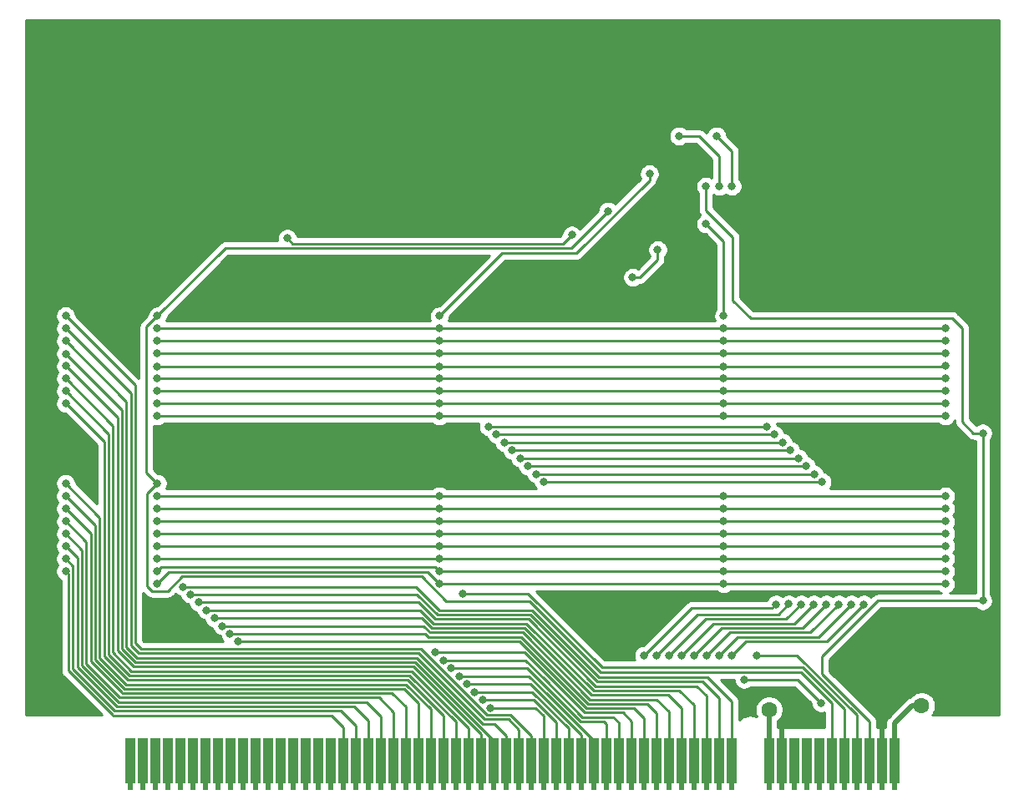
<source format=gbl>
G04 #@! TF.GenerationSoftware,KiCad,Pcbnew,(5.1.8)-1*
G04 #@! TF.CreationDate,2022-01-11T15:46:06-08:00*
G04 #@! TF.ProjectId,GPRModule,4750524d-6f64-4756-9c65-2e6b69636164,1.3*
G04 #@! TF.SameCoordinates,Original*
G04 #@! TF.FileFunction,Copper,L2,Bot*
G04 #@! TF.FilePolarity,Positive*
%FSLAX46Y46*%
G04 Gerber Fmt 4.6, Leading zero omitted, Abs format (unit mm)*
G04 Created by KiCad (PCBNEW (5.1.8)-1) date 2022-01-11 15:46:06*
%MOMM*%
%LPD*%
G01*
G04 APERTURE LIST*
G04 #@! TA.AperFunction,ConnectorPad*
%ADD10R,1.020000X4.570000*%
G04 #@! TD*
G04 #@! TA.AperFunction,ConnectorPad*
%ADD11R,0.510000X0.760000*%
G04 #@! TD*
G04 #@! TA.AperFunction,ViaPad*
%ADD12C,1.600000*%
G04 #@! TD*
G04 #@! TA.AperFunction,ViaPad*
%ADD13C,0.800000*%
G04 #@! TD*
G04 #@! TA.AperFunction,Conductor*
%ADD14C,0.500000*%
G04 #@! TD*
G04 #@! TA.AperFunction,Conductor*
%ADD15C,0.250000*%
G04 #@! TD*
G04 #@! TA.AperFunction,Conductor*
%ADD16C,0.254000*%
G04 #@! TD*
G04 #@! TA.AperFunction,Conductor*
%ADD17C,0.100000*%
G04 #@! TD*
G04 APERTURE END LIST*
D10*
X103070000Y-133270000D03*
X104340000Y-133270000D03*
X105600000Y-133270000D03*
X106880000Y-133270000D03*
X108150000Y-133270000D03*
X109420000Y-133270000D03*
X110690000Y-133270000D03*
X111960000Y-133270000D03*
X113230000Y-133270000D03*
X114500000Y-133270000D03*
X115770000Y-133270000D03*
X117030000Y-133270000D03*
X118310000Y-133270000D03*
X119580000Y-133270000D03*
X120850000Y-133270000D03*
X122120000Y-133270000D03*
X123390000Y-133270000D03*
X124660000Y-133270000D03*
X125920000Y-133270000D03*
X127200000Y-133270000D03*
X128460000Y-133270000D03*
X129740000Y-133270000D03*
X131010000Y-133270000D03*
X132280000Y-133270000D03*
X133550000Y-133270000D03*
X134820000Y-133270000D03*
X136090000Y-133270000D03*
X137360000Y-133270000D03*
X138630000Y-133270000D03*
X139900000Y-133270000D03*
X141170000Y-133270000D03*
X142440000Y-133270000D03*
X143710000Y-133270000D03*
X144980000Y-133270000D03*
X146250000Y-133270000D03*
X147520000Y-133270000D03*
X148790000Y-133270000D03*
X150060000Y-133270000D03*
X151330000Y-133270000D03*
X152600000Y-133270000D03*
X153870000Y-133270000D03*
X155140000Y-133270000D03*
X156410000Y-133270000D03*
X157680000Y-133270000D03*
X158950000Y-133270000D03*
X160220000Y-133270000D03*
X161490000Y-133270000D03*
X162760000Y-133270000D03*
X164030000Y-133270000D03*
X167840000Y-133270000D03*
X169110000Y-133270000D03*
X170380000Y-133270000D03*
X171650000Y-133270000D03*
X172920000Y-133270000D03*
X174190000Y-133270000D03*
X175460000Y-133270000D03*
X176730000Y-133270000D03*
X178000000Y-133270000D03*
X179270000Y-133270000D03*
X180530000Y-133270000D03*
D11*
X103070000Y-135930000D03*
X104340000Y-135930000D03*
X105600000Y-135930000D03*
X106880000Y-135930000D03*
X108150000Y-135930000D03*
X109420000Y-135930000D03*
X110690000Y-135930000D03*
X111960000Y-135930000D03*
X113230000Y-135930000D03*
X114500000Y-135930000D03*
X115770000Y-135930000D03*
X117030000Y-135930000D03*
X118310000Y-135930000D03*
X119580000Y-135930000D03*
X120850000Y-135930000D03*
X122120000Y-135930000D03*
X123390000Y-135930000D03*
X124660000Y-135930000D03*
X125920000Y-135930000D03*
X127200000Y-135930000D03*
X128460000Y-135930000D03*
X129740000Y-135930000D03*
X131010000Y-135930000D03*
X132280000Y-135930000D03*
X133550000Y-135930000D03*
X134820000Y-135930000D03*
X136090000Y-135930000D03*
X137360000Y-135930000D03*
X138630000Y-135930000D03*
X139900000Y-135930000D03*
X141170000Y-135930000D03*
X142440000Y-135930000D03*
X143710000Y-135930000D03*
X144980000Y-135930000D03*
X146250000Y-135930000D03*
X147520000Y-135930000D03*
X148790000Y-135930000D03*
X150060000Y-135930000D03*
X151330000Y-135930000D03*
X152600000Y-135930000D03*
X153870000Y-135930000D03*
X155140000Y-135930000D03*
X156410000Y-135930000D03*
X157680000Y-135930000D03*
X158950000Y-135930000D03*
X160220000Y-135930000D03*
X161490000Y-135930000D03*
X162760000Y-135930000D03*
X164030000Y-135930000D03*
X167840000Y-135930000D03*
X169110000Y-135930000D03*
X170380000Y-135930000D03*
X171650000Y-135930000D03*
X172920000Y-135930000D03*
X174190000Y-135930000D03*
X175460000Y-135930000D03*
X176730000Y-135930000D03*
X178000000Y-135930000D03*
X179270000Y-135930000D03*
X180530000Y-135930000D03*
D12*
X167830000Y-128090000D03*
X183300000Y-127700000D03*
D13*
X185000000Y-75500000D03*
X185000000Y-73500000D03*
X185000000Y-77550000D03*
X183000000Y-79800000D03*
X185000000Y-79800000D03*
X187250000Y-73500000D03*
X183000000Y-75500000D03*
X187250000Y-79800000D03*
X183000000Y-73500000D03*
X183000000Y-77550000D03*
X187250000Y-77550000D03*
X187250000Y-75500000D03*
X189250000Y-79800000D03*
X189250000Y-73500000D03*
X189250000Y-75500000D03*
X189250000Y-77550000D03*
X113750000Y-82550000D03*
X115750000Y-82550000D03*
X117750000Y-82550000D03*
X125750000Y-84550000D03*
X123750000Y-84550000D03*
X121750000Y-84550000D03*
X119750000Y-84550000D03*
X117750000Y-84550000D03*
X115750000Y-84550000D03*
X113750000Y-84550000D03*
X125500000Y-105300000D03*
X127500000Y-105300000D03*
X129500000Y-105300000D03*
X135750000Y-99800000D03*
X137750000Y-99800000D03*
X137750000Y-101800000D03*
X137750000Y-103800000D03*
X135750000Y-103800000D03*
X135750000Y-101800000D03*
X107500000Y-99800000D03*
X106000000Y-99800000D03*
X106000000Y-101800000D03*
X107500000Y-101800000D03*
X93000000Y-99800000D03*
X95000000Y-99800000D03*
X97000000Y-99800000D03*
X97000000Y-101800000D03*
X95000000Y-101800000D03*
X93000000Y-101800000D03*
X104750000Y-120500000D03*
X104750000Y-118500000D03*
X106750000Y-118500000D03*
X106750000Y-120500000D03*
X93000000Y-118550000D03*
X93000000Y-120550000D03*
X93000000Y-122550000D03*
X93000000Y-124550000D03*
X95000000Y-118550000D03*
X95000000Y-120550000D03*
X95000000Y-122550000D03*
X95000000Y-124550000D03*
X181500000Y-122550000D03*
X181500000Y-124550000D03*
X179500000Y-124550000D03*
X179500000Y-122550000D03*
X190500000Y-124550000D03*
X190500000Y-126500000D03*
X186500000Y-124550000D03*
X186500000Y-126500000D03*
X188500000Y-126500000D03*
X184500000Y-126500000D03*
X184500000Y-124550000D03*
X188500000Y-124550000D03*
X175500000Y-122550000D03*
X175500000Y-124550000D03*
X151500000Y-122550000D03*
X153000000Y-122550000D03*
X174750000Y-99800000D03*
X176750000Y-99800000D03*
X178750000Y-99800000D03*
X181000000Y-99800000D03*
X183250000Y-99800000D03*
X185250000Y-99800000D03*
X181000000Y-101800000D03*
X178750000Y-101800000D03*
X176750000Y-101800000D03*
X174750000Y-101800000D03*
X153750000Y-81550000D03*
X158750000Y-86550000D03*
X151750000Y-80300000D03*
X125750000Y-73300000D03*
X127750000Y-73300000D03*
X129750000Y-73300000D03*
X129750000Y-75300000D03*
X127750000Y-75300000D03*
X129750000Y-77300000D03*
X137000000Y-68300000D03*
X139000000Y-68300000D03*
X141000000Y-68300000D03*
X139000000Y-70050000D03*
X137000000Y-70050000D03*
X137000000Y-71800000D03*
X93000000Y-84550000D03*
X93000000Y-78500000D03*
X95000000Y-80550000D03*
X93000000Y-74500000D03*
X93000000Y-76500000D03*
X93000000Y-80550000D03*
X95000000Y-84550000D03*
X112250000Y-68300000D03*
X110250000Y-68300000D03*
X108250000Y-68300000D03*
X108250000Y-70050000D03*
X108250000Y-71800000D03*
X110250000Y-69800000D03*
X123000000Y-59300000D03*
X123000000Y-61300000D03*
X123000000Y-63300000D03*
X120750000Y-64800000D03*
X120750000Y-66800000D03*
X150500000Y-68300000D03*
X152500000Y-68300000D03*
X154500000Y-68300000D03*
X156500000Y-68300000D03*
X156500000Y-69800000D03*
X154500000Y-69800000D03*
X152500000Y-69800000D03*
X150500000Y-69800000D03*
X155500000Y-59300000D03*
X155500000Y-61300000D03*
X155500000Y-63300000D03*
X172500000Y-70050000D03*
X172500000Y-71800000D03*
X172500000Y-73800000D03*
X172500000Y-75800000D03*
X170500000Y-73800000D03*
X170500000Y-71800000D03*
X170500000Y-70050000D03*
X176750000Y-77550000D03*
X176750000Y-79800000D03*
X178750000Y-79800000D03*
X181000000Y-79800000D03*
X178750000Y-77550000D03*
X178750000Y-75500000D03*
X181000000Y-75500000D03*
X181000000Y-73500000D03*
X178750000Y-73500000D03*
X176750000Y-75500000D03*
X181000000Y-77550000D03*
X176750000Y-73500000D03*
X156750000Y-86550000D03*
X163500000Y-116800000D03*
X177500000Y-124550000D03*
X179500000Y-126500000D03*
X179500000Y-128500000D03*
X177500000Y-126500000D03*
X170500000Y-79800000D03*
X168500000Y-79800000D03*
X166500000Y-79800000D03*
X166500000Y-81800000D03*
X168500000Y-81800000D03*
X117750000Y-73300000D03*
X117750000Y-71300000D03*
X117750000Y-75300000D03*
X142250000Y-84550000D03*
X144250000Y-84550000D03*
X146250000Y-84550000D03*
X148250000Y-84550000D03*
X148250000Y-86550000D03*
X146250000Y-86550000D03*
X144250000Y-86550000D03*
X142250000Y-86550000D03*
X176750000Y-86550000D03*
X174750000Y-86550000D03*
X172750000Y-86550000D03*
X170750000Y-86550000D03*
X169300000Y-126300000D03*
X170300000Y-126300000D03*
X170300000Y-127300000D03*
X170300000Y-128300000D03*
X171300000Y-128300000D03*
X171300000Y-127300000D03*
X181500000Y-126500000D03*
X177750000Y-122500000D03*
X181500000Y-119250000D03*
X179500000Y-119250000D03*
X181500000Y-118250000D03*
X179500000Y-118250000D03*
X95000000Y-78500000D03*
X95000000Y-76500000D03*
X95000000Y-74500000D03*
X107500000Y-88250000D03*
X109000000Y-118500000D03*
X109000000Y-120500000D03*
X172750000Y-84750000D03*
X174750000Y-84750000D03*
X176750000Y-84750000D03*
X166500000Y-77750000D03*
X168500000Y-77750000D03*
X117750000Y-86500000D03*
X115750000Y-86500000D03*
X113750000Y-86500000D03*
X120500000Y-73250000D03*
X120500000Y-75250000D03*
X120500000Y-77250000D03*
X122500000Y-77250000D03*
X124500000Y-77250000D03*
X122500000Y-75250000D03*
X125500000Y-103250000D03*
X127500000Y-103250000D03*
X125500000Y-101250000D03*
X127500000Y-101250000D03*
X139400000Y-99400000D03*
X167600000Y-99400000D03*
X168400000Y-100200000D03*
X140200000Y-100200000D03*
X169200000Y-101000000D03*
X141000000Y-101000000D03*
X170000000Y-101800000D03*
X141800000Y-101800000D03*
X170800000Y-102600000D03*
X142600000Y-102600000D03*
X171600000Y-103400000D03*
X143400000Y-103400000D03*
X172400000Y-104200000D03*
X144200000Y-104200000D03*
X173200000Y-105000000D03*
X145000000Y-105000000D03*
X168540000Y-117400000D03*
X155140000Y-122600000D03*
X169810000Y-117390000D03*
X156410000Y-122590000D03*
X171080000Y-117400000D03*
X157680000Y-122600000D03*
X172350000Y-117400000D03*
X158950000Y-122600000D03*
X173620000Y-117400000D03*
X160220000Y-122600000D03*
X174890000Y-117400000D03*
X161490000Y-122600000D03*
X176160000Y-117400000D03*
X162760000Y-122600000D03*
X177430000Y-117400000D03*
X164030000Y-122600000D03*
X147835000Y-79965000D03*
X119000000Y-80300000D03*
X173100000Y-127400000D03*
X165300000Y-125025010D03*
X154000000Y-84250000D03*
X156540000Y-81460006D03*
X96535000Y-114055000D03*
X96535000Y-112780000D03*
X96535000Y-111505000D03*
X96535000Y-110255000D03*
X96535000Y-109005000D03*
X96535000Y-107705000D03*
X96535000Y-106430000D03*
X96535000Y-105155000D03*
X96535000Y-97055000D03*
X96535000Y-95780000D03*
X96535000Y-94505000D03*
X96535000Y-93255000D03*
X96535000Y-92005000D03*
X96535000Y-90705000D03*
X96535000Y-89430000D03*
X96535000Y-88155000D03*
X108400000Y-115625010D03*
X109200000Y-116400000D03*
X110000000Y-117200000D03*
X110800000Y-118000000D03*
X111600000Y-118800000D03*
X112400000Y-119600000D03*
X113200000Y-120400000D03*
X114000000Y-121199986D03*
X134000000Y-122300000D03*
X134800000Y-123100000D03*
X135600000Y-123900000D03*
X136400000Y-124700000D03*
X137200000Y-125500000D03*
X138000000Y-126300000D03*
X138800000Y-127100000D03*
X139600000Y-127899989D03*
X161425000Y-75025000D03*
X189500000Y-117050000D03*
X189500000Y-100050000D03*
X162500000Y-69930000D03*
X164080000Y-75020000D03*
X162770000Y-75020000D03*
X158700000Y-69930000D03*
X163225000Y-98325000D03*
X185700000Y-98325000D03*
X134425000Y-98325000D03*
X105825000Y-98325000D03*
X163225000Y-97050000D03*
X185700000Y-97050000D03*
X134425000Y-97050000D03*
X105825000Y-97050000D03*
X163225000Y-95775000D03*
X185700000Y-95775000D03*
X134425000Y-95775000D03*
X105825000Y-95775000D03*
X163225000Y-94525000D03*
X185700000Y-94475000D03*
X134425000Y-94525000D03*
X105825000Y-94525000D03*
X163225000Y-93275000D03*
X185700000Y-93225000D03*
X134425000Y-93275000D03*
X105825000Y-93275000D03*
X163225000Y-91975000D03*
X185700000Y-91975000D03*
X134425000Y-91975000D03*
X105825000Y-91975000D03*
X163225000Y-90700000D03*
X185700000Y-90700000D03*
X134425000Y-90700000D03*
X105825000Y-90700000D03*
X163225000Y-89425000D03*
X185700000Y-89425000D03*
X134425000Y-89425000D03*
X105825000Y-89425000D03*
X185700000Y-106450000D03*
X163225000Y-106425000D03*
X134425000Y-106425000D03*
X105825000Y-106425000D03*
X185700000Y-107725000D03*
X163225000Y-107700000D03*
X134425000Y-107700000D03*
X105825000Y-107700000D03*
X163225000Y-108975000D03*
X185700000Y-109000000D03*
X134425000Y-108975000D03*
X105825000Y-108975000D03*
X185700000Y-110250000D03*
X163225000Y-110275000D03*
X134425000Y-110275000D03*
X105825000Y-110275000D03*
X163225000Y-111525000D03*
X185700000Y-111500000D03*
X134425000Y-111525000D03*
X105825000Y-111525000D03*
X185700000Y-112800000D03*
X163225000Y-112775000D03*
X134425000Y-112775000D03*
X105825000Y-112775000D03*
X163225000Y-114050000D03*
X185700000Y-114075000D03*
X134425000Y-114050000D03*
X105825000Y-114050000D03*
X161430000Y-78850000D03*
X163230000Y-88160000D03*
X166575000Y-122600000D03*
X134430000Y-88170000D03*
X136750000Y-116300000D03*
X155710000Y-73760000D03*
X105820000Y-105150000D03*
X105830000Y-88170000D03*
X151500000Y-77550000D03*
X163225000Y-115325000D03*
X185700000Y-115350000D03*
X134425000Y-115325000D03*
X105825000Y-115325000D03*
D14*
X180500000Y-133240000D02*
X180530000Y-133270000D01*
D15*
X180530000Y-133270000D02*
X180530000Y-135930000D01*
D14*
X182332880Y-127700000D02*
X183300000Y-127700000D01*
X180530000Y-129502880D02*
X182332880Y-127700000D01*
X180530000Y-133270000D02*
X180530000Y-129502880D01*
D15*
X167840000Y-133270000D02*
X167840000Y-135930000D01*
D14*
X167840000Y-128100000D02*
X167830000Y-128090000D01*
X167840000Y-133270000D02*
X167840000Y-128100000D01*
D15*
X179270000Y-133270000D02*
X179270000Y-135930000D01*
D14*
X179270000Y-128730000D02*
X179500000Y-128500000D01*
X179270000Y-133270000D02*
X179270000Y-128730000D01*
X169110000Y-129490000D02*
X170300000Y-128300000D01*
D15*
X169110000Y-133270000D02*
X169110000Y-135930000D01*
D14*
X169110000Y-133270000D02*
X169110000Y-129490000D01*
D15*
X139400000Y-99400000D02*
X148400000Y-99400000D01*
X148400000Y-99400000D02*
X167400000Y-99400000D01*
X167400000Y-99400000D02*
X167600000Y-99400000D01*
X167600000Y-99400000D02*
X167600000Y-99400000D01*
X167600000Y-100200000D02*
X168400000Y-100200000D01*
X140200000Y-100200000D02*
X167600000Y-100200000D01*
X141000000Y-101000000D02*
X168126998Y-101000000D01*
X168126998Y-101000000D02*
X169200000Y-101000000D01*
X141800000Y-101800000D02*
X170000000Y-101800000D01*
X142600000Y-102600000D02*
X170800000Y-102600000D01*
X143400000Y-103400000D02*
X171600000Y-103400000D01*
X144200000Y-104200000D02*
X172400000Y-104200000D01*
X145000000Y-105000000D02*
X173200000Y-105000000D01*
X168140001Y-117799999D02*
X168540000Y-117400000D01*
X155140000Y-122600000D02*
X159940001Y-117799999D01*
X159940001Y-117799999D02*
X168140001Y-117799999D01*
X156410000Y-122590000D02*
X160550077Y-118449923D01*
X160550077Y-118449923D02*
X168750077Y-118449923D01*
X168750077Y-118449923D02*
X169810000Y-117390000D01*
X161380066Y-118899934D02*
X169580066Y-118899934D01*
X157680000Y-122600000D02*
X161380066Y-118899934D01*
X169580066Y-118899934D02*
X171080000Y-117400000D01*
X172350000Y-117400000D02*
X170400055Y-119349945D01*
X159349999Y-122200001D02*
X158950000Y-122600000D01*
X170400055Y-119349945D02*
X162200055Y-119349945D01*
X162200055Y-119349945D02*
X159349999Y-122200001D01*
X173620000Y-117400000D02*
X171220044Y-119799956D01*
X171220044Y-119799956D02*
X163020044Y-119799956D01*
X160619999Y-122200001D02*
X160220000Y-122600000D01*
X163020044Y-119799956D02*
X160619999Y-122200001D01*
X174890000Y-117400000D02*
X172040033Y-120249967D01*
X172040033Y-120249967D02*
X163840033Y-120249967D01*
X161889999Y-122200001D02*
X161490000Y-122600000D01*
X163840033Y-120249967D02*
X161889999Y-122200001D01*
X164660022Y-120699978D02*
X162760000Y-122600000D01*
X172860022Y-120699978D02*
X164660022Y-120699978D01*
X176160000Y-117400000D02*
X172860022Y-120699978D01*
X165480011Y-121149989D02*
X164030000Y-122600000D01*
X173680011Y-121149989D02*
X165480011Y-121149989D01*
X177430000Y-117400000D02*
X173680011Y-121149989D01*
X147835000Y-79965000D02*
X146950010Y-80849990D01*
X146950010Y-80849990D02*
X119549990Y-80849990D01*
X119549990Y-80849990D02*
X119000000Y-80300000D01*
X119000000Y-80300000D02*
X119000000Y-80300000D01*
X170725010Y-125025010D02*
X173100000Y-127400000D01*
X165300000Y-125025010D02*
X170725010Y-125025010D01*
X156540000Y-82460000D02*
X156540000Y-81460006D01*
X154750000Y-84250000D02*
X156540000Y-82460000D01*
X154000000Y-84250000D02*
X154750000Y-84250000D01*
X103070000Y-133270000D02*
X103070000Y-135930000D01*
X104340000Y-133270000D02*
X104340000Y-135930000D01*
X105600000Y-133270000D02*
X105600000Y-135930000D01*
X106880000Y-133270000D02*
X106880000Y-135930000D01*
X108150000Y-133270000D02*
X108150000Y-135930000D01*
X109420000Y-133270000D02*
X109420000Y-135930000D01*
X110690000Y-133270000D02*
X110690000Y-135930000D01*
X111960000Y-133270000D02*
X111960000Y-135930000D01*
X113230000Y-133270000D02*
X113230000Y-135930000D01*
X114500000Y-133270000D02*
X114500000Y-135930000D01*
X115770000Y-133270000D02*
X115770000Y-135930000D01*
X117030000Y-133270000D02*
X117030000Y-135930000D01*
X118310000Y-133270000D02*
X118310000Y-135930000D01*
X119580000Y-133270000D02*
X119580000Y-135930000D01*
X120850000Y-133270000D02*
X120850000Y-135930000D01*
X122120000Y-133270000D02*
X122120000Y-135930000D01*
X123390000Y-133270000D02*
X123390000Y-135930000D01*
X124660000Y-133270000D02*
X124660000Y-135930000D01*
X124660000Y-130735000D02*
X124660000Y-133270000D01*
X96800000Y-124140000D02*
X101270011Y-128610011D01*
X96800000Y-114320000D02*
X96800000Y-124140000D01*
X96535000Y-114055000D02*
X96800000Y-114320000D01*
X101271551Y-128610011D02*
X101336690Y-128675150D01*
X101270011Y-128610011D02*
X101271551Y-128610011D01*
X101336690Y-128675150D02*
X123475150Y-128675150D01*
X124660000Y-129860000D02*
X124660000Y-130735000D01*
X123475150Y-128675150D02*
X124660000Y-129860000D01*
X125920000Y-133270000D02*
X125920000Y-135930000D01*
X96535000Y-112780000D02*
X97279991Y-113524991D01*
X97279991Y-113524991D02*
X97279991Y-123983581D01*
X97279991Y-123983581D02*
X101456410Y-128160000D01*
X125920000Y-130735000D02*
X125920000Y-133270000D01*
X101457950Y-128160000D02*
X101523090Y-128225140D01*
X101456410Y-128160000D02*
X101457950Y-128160000D01*
X101523090Y-128225140D02*
X124425140Y-128225140D01*
X125920000Y-129720000D02*
X125920000Y-130735000D01*
X124425140Y-128225140D02*
X125920000Y-129720000D01*
X127200000Y-133270000D02*
X127200000Y-135930000D01*
X96535000Y-111505000D02*
X97730002Y-112700002D01*
X97730002Y-112700002D02*
X97730002Y-123797182D01*
X97730002Y-123797182D02*
X101642809Y-127709989D01*
X127200000Y-130735000D02*
X127200000Y-133270000D01*
X101644349Y-127709989D02*
X101709490Y-127775130D01*
X101642809Y-127709989D02*
X101644349Y-127709989D01*
X101709490Y-127775130D02*
X125775130Y-127775130D01*
X127200000Y-129200000D02*
X127200000Y-130735000D01*
X125775130Y-127775130D02*
X127200000Y-129200000D01*
X128460000Y-133270000D02*
X128460000Y-135930000D01*
X128460000Y-133270000D02*
X128460000Y-130735000D01*
X101829208Y-127259978D02*
X98180013Y-123610783D01*
X98180013Y-123610783D02*
X98180013Y-111900013D01*
X98180013Y-111900013D02*
X96535000Y-110255000D01*
X101830748Y-127259978D02*
X101895890Y-127325120D01*
X101829208Y-127259978D02*
X101830748Y-127259978D01*
X101895890Y-127325120D02*
X127025120Y-127325120D01*
X128460000Y-128760000D02*
X128460000Y-130735000D01*
X127025120Y-127325120D02*
X128460000Y-128760000D01*
X129740000Y-133270000D02*
X129740000Y-135930000D01*
X96535000Y-109005000D02*
X98630024Y-111100024D01*
X98630024Y-111100024D02*
X98630024Y-123424384D01*
X98630024Y-123424384D02*
X102015607Y-126809967D01*
X129740000Y-130735000D02*
X129740000Y-133270000D01*
X102017147Y-126809967D02*
X102082290Y-126875110D01*
X102015607Y-126809967D02*
X102017147Y-126809967D01*
X102082290Y-126875110D02*
X128275110Y-126875110D01*
X129740000Y-128340000D02*
X129740000Y-130735000D01*
X128275110Y-126875110D02*
X129740000Y-128340000D01*
X131010000Y-133270000D02*
X131010000Y-135930000D01*
X131010000Y-133270000D02*
X131010000Y-130735000D01*
X102202006Y-126359956D02*
X99080035Y-123237985D01*
X99080035Y-123237985D02*
X99080035Y-110250035D01*
X99080035Y-110250035D02*
X96535000Y-107705000D01*
X102203546Y-126359956D02*
X102268690Y-126425100D01*
X102202006Y-126359956D02*
X102203546Y-126359956D01*
X102268690Y-126425100D02*
X129625100Y-126425100D01*
X131010000Y-127810000D02*
X131010000Y-130735000D01*
X129625100Y-126425100D02*
X131010000Y-127810000D01*
X132280000Y-133270000D02*
X132280000Y-135930000D01*
X132280000Y-127425640D02*
X132280000Y-130735000D01*
X132280000Y-130735000D02*
X132280000Y-133270000D01*
X130829450Y-125975090D02*
X132280000Y-127425640D01*
X102455090Y-125975090D02*
X130829450Y-125975090D01*
X99530046Y-123050046D02*
X102455090Y-125975090D01*
X99530046Y-109425046D02*
X99530046Y-123050046D01*
X96535000Y-106430000D02*
X99530046Y-109425046D01*
X133550000Y-133270000D02*
X133550000Y-135930000D01*
X133550000Y-128059230D02*
X133550000Y-130735000D01*
X131015851Y-125525081D02*
X133550000Y-128059230D01*
X102641491Y-125525081D02*
X131015851Y-125525081D01*
X99980057Y-122863647D02*
X102641491Y-125525081D01*
X99980057Y-108600057D02*
X99980057Y-122863647D01*
X133550000Y-130735000D02*
X133550000Y-133270000D01*
X96535000Y-105155000D02*
X99980057Y-108600057D01*
X134820000Y-133270000D02*
X134820000Y-135930000D01*
X134820000Y-130735000D02*
X134820000Y-133270000D01*
X100430068Y-100950068D02*
X100430068Y-122677248D01*
X96535000Y-97055000D02*
X100430068Y-100950068D01*
X100430068Y-122677248D02*
X102762743Y-125009923D01*
X102767103Y-125009923D02*
X102832251Y-125075071D01*
X102762743Y-125009923D02*
X102767103Y-125009923D01*
X102832251Y-125075071D02*
X131202251Y-125075071D01*
X134820000Y-128692820D02*
X134820000Y-130735000D01*
X131202251Y-125075071D02*
X134820000Y-128692820D01*
X136090000Y-133270000D02*
X136090000Y-135930000D01*
X100880079Y-100125079D02*
X96535000Y-95780000D01*
X100880079Y-122490849D02*
X100880079Y-100125079D01*
X136090000Y-133270000D02*
X136090000Y-130735000D01*
X102949142Y-124559912D02*
X100880079Y-122490849D01*
X102953502Y-124559912D02*
X103018651Y-124625061D01*
X102949142Y-124559912D02*
X102953502Y-124559912D01*
X103018651Y-124625061D02*
X131388651Y-124625061D01*
X136090000Y-129326410D02*
X136090000Y-130735000D01*
X131388651Y-124625061D02*
X136090000Y-129326410D01*
X137360000Y-133270000D02*
X137360000Y-135930000D01*
X137360000Y-130750000D02*
X137360000Y-133270000D01*
X137360000Y-129960000D02*
X137360000Y-130750000D01*
X131575051Y-124175051D02*
X137360000Y-129960000D01*
X101330090Y-122300090D02*
X103205051Y-124175051D01*
X96535000Y-94505000D02*
X101330090Y-99300090D01*
X101330090Y-99300090D02*
X101330090Y-122300090D01*
X103205051Y-124175051D02*
X131575051Y-124175051D01*
X138630000Y-133270000D02*
X138630000Y-135930000D01*
X131761451Y-123725040D02*
X138630000Y-130593589D01*
X96535000Y-93255000D02*
X101780100Y-98500100D01*
X138630000Y-130593589D02*
X138630000Y-133270000D01*
X101780100Y-98500100D02*
X101780101Y-122113691D01*
X101780101Y-122113691D02*
X103391450Y-123725040D01*
X103391450Y-123725040D02*
X131761451Y-123725040D01*
X139900000Y-133270000D02*
X139900000Y-135930000D01*
X96535000Y-92005000D02*
X102230110Y-97700110D01*
X131947851Y-123275029D02*
X139900000Y-131227178D01*
X102230110Y-97700110D02*
X102230110Y-121927290D01*
X139900000Y-131227178D02*
X139900000Y-133270000D01*
X102230110Y-121927290D02*
X103577849Y-123275029D01*
X103577849Y-123275029D02*
X131947851Y-123275029D01*
X141170000Y-133270000D02*
X141170000Y-135930000D01*
X103764248Y-122825018D02*
X132134251Y-122825018D01*
X138834252Y-129525019D02*
X139960019Y-129525019D01*
X96535000Y-90705000D02*
X102680120Y-96850120D01*
X102680120Y-96850120D02*
X102680121Y-121740891D01*
X132134251Y-122825018D02*
X138834252Y-129525019D01*
X141170000Y-130735000D02*
X141170000Y-133270000D01*
X139960019Y-129525019D02*
X141170000Y-130735000D01*
X102680121Y-121740891D02*
X103764248Y-122825018D01*
X142440000Y-133270000D02*
X142440000Y-135930000D01*
X142440000Y-130101410D02*
X141413601Y-129075011D01*
X132320651Y-122375007D02*
X103950647Y-122375007D01*
X103950647Y-122375007D02*
X103130130Y-121554490D01*
X103130130Y-121554490D02*
X103130130Y-96025130D01*
X141413601Y-129075011D02*
X139020652Y-129075008D01*
X142440000Y-133270000D02*
X142440000Y-130101410D01*
X103130130Y-96025130D02*
X96535000Y-89430000D01*
X139020652Y-129075008D02*
X132320651Y-122375007D01*
X143710000Y-133270000D02*
X143710000Y-135930000D01*
X141599998Y-128624998D02*
X143710000Y-130735000D01*
X139207052Y-128624998D02*
X141599998Y-128624998D01*
X132507051Y-121924996D02*
X139207052Y-128624998D01*
X96535000Y-88155000D02*
X103580140Y-95200140D01*
X103580141Y-121360141D02*
X104144996Y-121924996D01*
X104144996Y-121924996D02*
X132507051Y-121924996D01*
X143710000Y-130735000D02*
X143710000Y-133270000D01*
X103580140Y-95200140D02*
X103580141Y-121360141D01*
X164030000Y-133270000D02*
X164030000Y-135930000D01*
X134399934Y-117999934D02*
X132025010Y-115625010D01*
X143799934Y-117999934D02*
X134399934Y-117999934D01*
X164030000Y-133270000D02*
X164030000Y-127230000D01*
X150600000Y-124800000D02*
X143799934Y-117999934D01*
X164030000Y-127230000D02*
X161600000Y-124800000D01*
X161600000Y-124800000D02*
X150600000Y-124800000D01*
X132025010Y-115625010D02*
X108400000Y-115625010D01*
X162760000Y-133270000D02*
X162760000Y-135930000D01*
X132163590Y-116400000D02*
X134213535Y-118449945D01*
X109200000Y-116400000D02*
X132163590Y-116400000D01*
X162760000Y-126960000D02*
X162760000Y-133270000D01*
X161050011Y-125250011D02*
X162760000Y-126960000D01*
X143613534Y-118449945D02*
X150413600Y-125250011D01*
X134213535Y-118449945D02*
X143613534Y-118449945D01*
X150413600Y-125250011D02*
X161050011Y-125250011D01*
X161490000Y-133270000D02*
X161490000Y-135930000D01*
X110000000Y-117200000D02*
X132327180Y-117200000D01*
X134027134Y-118899956D02*
X143427134Y-118899956D01*
X150227200Y-125700022D02*
X160500022Y-125700022D01*
X132327180Y-117200000D02*
X134027134Y-118899956D01*
X160500022Y-125700022D02*
X161490000Y-126690000D01*
X143427134Y-118899956D02*
X150227200Y-125700022D01*
X161490000Y-126690000D02*
X161490000Y-133270000D01*
X160220000Y-133270000D02*
X160220000Y-135930000D01*
X150040800Y-126150033D02*
X158750033Y-126150033D01*
X143240734Y-119349967D02*
X150040800Y-126150033D01*
X158750033Y-126150033D02*
X160220000Y-127620000D01*
X160220000Y-127620000D02*
X160220000Y-133270000D01*
X133840734Y-119349967D02*
X143240734Y-119349967D01*
X132490769Y-118000000D02*
X133840734Y-119349967D01*
X110800000Y-118000000D02*
X132490769Y-118000000D01*
X158950000Y-133270000D02*
X158950000Y-135930000D01*
X133654334Y-119799978D02*
X143054334Y-119799978D01*
X111600000Y-118800000D02*
X132654358Y-118800000D01*
X158950000Y-127950000D02*
X158950000Y-133270000D01*
X132654358Y-118800000D02*
X133654334Y-119799978D01*
X157600044Y-126600044D02*
X158950000Y-127950000D01*
X149854400Y-126600044D02*
X157600044Y-126600044D01*
X143054334Y-119799978D02*
X149854400Y-126600044D01*
X157680000Y-133270000D02*
X157680000Y-135930000D01*
X142867934Y-120249989D02*
X149668000Y-127050055D01*
X132817945Y-119600000D02*
X133467934Y-120249989D01*
X112400000Y-119600000D02*
X132817945Y-119600000D01*
X133467934Y-120249989D02*
X142867934Y-120249989D01*
X149668000Y-127050055D02*
X156450055Y-127050055D01*
X156450055Y-127050055D02*
X157680000Y-128280000D01*
X157680000Y-128280000D02*
X157680000Y-133270000D01*
X156410000Y-133270000D02*
X156410000Y-135930000D01*
X113200000Y-120400000D02*
X132981534Y-120400000D01*
X156410000Y-128410000D02*
X156410000Y-133270000D01*
X155500066Y-127500066D02*
X156410000Y-128410000D01*
X133481666Y-120700000D02*
X142681534Y-120700000D01*
X142681534Y-120700000D02*
X149481600Y-127500066D01*
X149481600Y-127500066D02*
X155500066Y-127500066D01*
X133481664Y-120699998D02*
X133481666Y-120700000D01*
X133281533Y-120699998D02*
X133481664Y-120699998D01*
X132981534Y-120400000D02*
X133281533Y-120699998D01*
X155140000Y-133270000D02*
X155140000Y-135930000D01*
X155140000Y-133270000D02*
X155140000Y-128940000D01*
X142545114Y-121199986D02*
X114000000Y-121199986D01*
X155140000Y-128940000D02*
X154150077Y-127950077D01*
X154150077Y-127950077D02*
X149295205Y-127950077D01*
X149295205Y-127950077D02*
X142545114Y-121199986D01*
X153870000Y-133270000D02*
X153870000Y-135930000D01*
X143008718Y-122300000D02*
X134000000Y-122300000D01*
X149108800Y-128400088D02*
X143008718Y-122300000D01*
X153000088Y-128400088D02*
X149108800Y-128400088D01*
X153870000Y-129270000D02*
X153000088Y-128400088D01*
X153870000Y-133270000D02*
X153870000Y-129270000D01*
X152600000Y-133270000D02*
X152600000Y-135930000D01*
X145072301Y-125000000D02*
X143172301Y-123100000D01*
X145072307Y-125000000D02*
X145072301Y-125000000D01*
X148922398Y-128850097D02*
X145072307Y-125000000D01*
X152050097Y-128850097D02*
X148922398Y-128850097D01*
X152600000Y-129400000D02*
X152050097Y-128850097D01*
X143172301Y-123100000D02*
X134800000Y-123100000D01*
X152600000Y-133270000D02*
X152600000Y-129400000D01*
X151330000Y-133270000D02*
X151330000Y-135930000D01*
X143335891Y-123900000D02*
X135600000Y-123900000D01*
X144885900Y-125450009D02*
X143335891Y-123900000D01*
X144885907Y-125450009D02*
X144885900Y-125450009D01*
X148735996Y-129300106D02*
X144885907Y-125450009D01*
X151330000Y-129530000D02*
X151100106Y-129300106D01*
X151100106Y-129300106D02*
X148735996Y-129300106D01*
X151330000Y-133270000D02*
X151330000Y-129530000D01*
X150060000Y-133270000D02*
X150060000Y-135930000D01*
X150060000Y-131260515D02*
X145399485Y-126600000D01*
X150060000Y-133270000D02*
X150060000Y-131260515D01*
X145399485Y-126600000D02*
X145399481Y-126600000D01*
X143499481Y-124700000D02*
X136400000Y-124700000D01*
X145399481Y-126600000D02*
X143499481Y-124700000D01*
X148790000Y-133270000D02*
X148790000Y-135930000D01*
X143663082Y-125500000D02*
X137200000Y-125500000D01*
X148790000Y-130626918D02*
X143663082Y-125500000D01*
X148790000Y-133270000D02*
X148790000Y-130626918D01*
X147520000Y-133270000D02*
X147520000Y-135930000D01*
X143826672Y-126300000D02*
X138000000Y-126300000D01*
X147520000Y-129993328D02*
X143826672Y-126300000D01*
X147520000Y-133270000D02*
X147520000Y-129993328D01*
X146250000Y-133270000D02*
X146250000Y-135930000D01*
X143990262Y-127100000D02*
X138800000Y-127100000D01*
X146250000Y-129359738D02*
X143990262Y-127100000D01*
X146250000Y-133270000D02*
X146250000Y-129359738D01*
X144980000Y-133270000D02*
X144980000Y-135930000D01*
X144980000Y-128726148D02*
X144153841Y-127899989D01*
X144980000Y-133270000D02*
X144980000Y-128726148D01*
X144153841Y-127899989D02*
X139600000Y-127899989D01*
X170380000Y-133270000D02*
X170380000Y-135930000D01*
X171650000Y-133270000D02*
X171650000Y-135930000D01*
X172920000Y-133270000D02*
X172920000Y-135930000D01*
X189500000Y-117050000D02*
X189500000Y-100050000D01*
X178000000Y-133270000D02*
X177750000Y-133020000D01*
X178000000Y-133270000D02*
X178000000Y-135930000D01*
X188934315Y-117050000D02*
X189500000Y-117050000D01*
X178853002Y-117050000D02*
X188934315Y-117050000D01*
X173200000Y-122703002D02*
X178853002Y-117050000D01*
X173200000Y-124490768D02*
X173200000Y-122703002D01*
X178000000Y-129290768D02*
X173200000Y-124490768D01*
X178000000Y-133270000D02*
X178000000Y-129290768D01*
X188550000Y-100050000D02*
X189500000Y-100050000D01*
X187400000Y-98900000D02*
X188550000Y-100050000D01*
X187400000Y-89420000D02*
X187400000Y-98900000D01*
X186360000Y-88380000D02*
X187400000Y-89420000D01*
X165970000Y-88380000D02*
X186360000Y-88380000D01*
X164170000Y-86580000D02*
X165970000Y-88380000D01*
X164170000Y-80220000D02*
X164170000Y-86580000D01*
X161425000Y-77475000D02*
X164170000Y-80220000D01*
X161425000Y-75025000D02*
X161425000Y-77475000D01*
X164080000Y-71480000D02*
X164080000Y-75020000D01*
X164050000Y-71480000D02*
X162500000Y-69930000D01*
X164080000Y-71480000D02*
X164050000Y-71480000D01*
X162770000Y-75020000D02*
X162770000Y-71970000D01*
X160730000Y-69930000D02*
X158700000Y-69930000D01*
X162770000Y-71970000D02*
X160730000Y-69930000D01*
X105825000Y-98325000D02*
X163225000Y-98325000D01*
X163225000Y-98325000D02*
X185700000Y-98325000D01*
X105825000Y-97050000D02*
X163225000Y-97050000D01*
X163225000Y-97050000D02*
X185700000Y-97050000D01*
X134223002Y-95775000D02*
X163225000Y-95775000D01*
X105825000Y-95775000D02*
X134223002Y-95775000D01*
X163225000Y-95775000D02*
X185700000Y-95775000D01*
X105825000Y-94525000D02*
X163225000Y-94525000D01*
X185650000Y-94525000D02*
X185700000Y-94475000D01*
X163225000Y-94525000D02*
X185650000Y-94525000D01*
X105825000Y-93275000D02*
X163225000Y-93275000D01*
X185650000Y-93275000D02*
X185700000Y-93225000D01*
X163225000Y-93275000D02*
X185650000Y-93275000D01*
X134198002Y-91975000D02*
X163225000Y-91975000D01*
X105825000Y-91975000D02*
X134198002Y-91975000D01*
X163225000Y-91975000D02*
X185700000Y-91975000D01*
X105825000Y-90700000D02*
X185700000Y-90700000D01*
X163023002Y-89425000D02*
X185700000Y-89425000D01*
X105825000Y-89425000D02*
X163023002Y-89425000D01*
X105825000Y-106425000D02*
X163225000Y-106425000D01*
X185675000Y-106425000D02*
X185700000Y-106450000D01*
X163225000Y-106425000D02*
X185675000Y-106425000D01*
X105825000Y-107700000D02*
X163225000Y-107700000D01*
X185675000Y-107700000D02*
X185700000Y-107725000D01*
X163225000Y-107700000D02*
X185675000Y-107700000D01*
X105825000Y-108975000D02*
X163225000Y-108975000D01*
X185675000Y-108975000D02*
X185700000Y-109000000D01*
X163225000Y-108975000D02*
X185675000Y-108975000D01*
X105825000Y-110275000D02*
X163225000Y-110275000D01*
X185675000Y-110275000D02*
X185700000Y-110250000D01*
X163225000Y-110275000D02*
X185675000Y-110275000D01*
X105825000Y-111525000D02*
X163225000Y-111525000D01*
X185675000Y-111525000D02*
X185700000Y-111500000D01*
X163225000Y-111525000D02*
X185675000Y-111525000D01*
X105825000Y-112775000D02*
X163225000Y-112775000D01*
X185675000Y-112775000D02*
X185700000Y-112800000D01*
X163225000Y-112775000D02*
X185675000Y-112775000D01*
X185675000Y-114050000D02*
X185700000Y-114075000D01*
X163225000Y-114050000D02*
X185675000Y-114050000D01*
X134025001Y-113650001D02*
X134425000Y-114050000D01*
X106224999Y-113650001D02*
X134025001Y-113650001D01*
X105825000Y-114050000D02*
X106224999Y-113650001D01*
X134425000Y-114050000D02*
X163225000Y-114050000D01*
X163230000Y-80650000D02*
X161430000Y-78850000D01*
X163230000Y-88160000D02*
X163230000Y-80650000D01*
X176730000Y-133270000D02*
X176730000Y-135930000D01*
X176730000Y-133270000D02*
X176730000Y-128657178D01*
X176730000Y-128657178D02*
X170672822Y-122600000D01*
X170672822Y-122600000D02*
X166575000Y-122600000D01*
X136750000Y-116300000D02*
X136750000Y-116300000D01*
X148323002Y-81800000D02*
X140800000Y-81800000D01*
X155710000Y-74413002D02*
X148323002Y-81800000D01*
X140800000Y-81800000D02*
X134430000Y-88170000D01*
X155710000Y-73760000D02*
X155710000Y-74413002D01*
X175460000Y-133270000D02*
X175460000Y-135930000D01*
X175460000Y-133270000D02*
X175460000Y-128023589D01*
X175460000Y-128023589D02*
X171236411Y-123800000D01*
X171236411Y-123800000D02*
X150886410Y-123800000D01*
X150886410Y-123800000D02*
X143386410Y-116300000D01*
X143386410Y-116300000D02*
X137315685Y-116300000D01*
X137315685Y-116300000D02*
X136750000Y-116300000D01*
X112700000Y-81300000D02*
X105830000Y-88170000D01*
X147750000Y-81300000D02*
X112700000Y-81300000D01*
X151500000Y-77550000D02*
X147750000Y-81300000D01*
X104730000Y-89270000D02*
X105830000Y-88170000D01*
X104730000Y-104060000D02*
X104730000Y-89270000D01*
X104730000Y-104060000D02*
X105820000Y-105150000D01*
X174190000Y-133270000D02*
X174190000Y-135930000D01*
X104750000Y-106220000D02*
X105820000Y-105150000D01*
X135101997Y-117074999D02*
X132626998Y-114600000D01*
X104750000Y-115550000D02*
X104750000Y-106220000D01*
X143524999Y-117074999D02*
X135101997Y-117074999D01*
X174190000Y-133270000D02*
X174190000Y-127390000D01*
X132626998Y-114600000D02*
X108336420Y-114600000D01*
X174190000Y-127390000D02*
X171100000Y-124300000D01*
X108336420Y-114600000D02*
X106886419Y-116050001D01*
X171100000Y-124300000D02*
X150750000Y-124300000D01*
X150750000Y-124300000D02*
X143524999Y-117074999D01*
X106886419Y-116050001D02*
X105250001Y-116050001D01*
X105250001Y-116050001D02*
X104750000Y-115550000D01*
X185675000Y-115325000D02*
X185700000Y-115350000D01*
X163225000Y-115325000D02*
X185675000Y-115325000D01*
X134425000Y-115325000D02*
X163225000Y-115325000D01*
X105825000Y-115325000D02*
X107000011Y-114149989D01*
X107000011Y-114149989D02*
X133249989Y-114149989D01*
X133249989Y-114149989D02*
X134425000Y-115325000D01*
D16*
X164265000Y-125126949D02*
X164304774Y-125326908D01*
X164382795Y-125515266D01*
X164496063Y-125684784D01*
X164640226Y-125828947D01*
X164809744Y-125942215D01*
X164998102Y-126020236D01*
X165198061Y-126060010D01*
X165401939Y-126060010D01*
X165601898Y-126020236D01*
X165790256Y-125942215D01*
X165959774Y-125828947D01*
X166003711Y-125785010D01*
X170410209Y-125785010D01*
X172065000Y-127439802D01*
X172065000Y-127501939D01*
X172104774Y-127701898D01*
X172182795Y-127890256D01*
X172296063Y-128059774D01*
X172440226Y-128203937D01*
X172609744Y-128317205D01*
X172798102Y-128395226D01*
X172998061Y-128435000D01*
X173201939Y-128435000D01*
X173401898Y-128395226D01*
X173430001Y-128383585D01*
X173430000Y-129923000D01*
X168725000Y-129923000D01*
X168725000Y-129217840D01*
X168744759Y-129204637D01*
X168944637Y-129004759D01*
X169101680Y-128769727D01*
X169209853Y-128508574D01*
X169265000Y-128231335D01*
X169265000Y-127948665D01*
X169209853Y-127671426D01*
X169101680Y-127410273D01*
X168944637Y-127175241D01*
X168744759Y-126975363D01*
X168509727Y-126818320D01*
X168248574Y-126710147D01*
X167971335Y-126655000D01*
X167688665Y-126655000D01*
X167411426Y-126710147D01*
X167150273Y-126818320D01*
X166915241Y-126975363D01*
X166715363Y-127175241D01*
X166558320Y-127410273D01*
X166450147Y-127671426D01*
X166395000Y-127948665D01*
X166395000Y-128231335D01*
X166450147Y-128508574D01*
X166557174Y-128766961D01*
X166509677Y-128746995D01*
X166500521Y-128744231D01*
X166317041Y-128690229D01*
X166256073Y-128678599D01*
X166195233Y-128666110D01*
X166185715Y-128665177D01*
X165995239Y-128647843D01*
X165933158Y-128648277D01*
X165871076Y-128647843D01*
X165861557Y-128648776D01*
X165671343Y-128668768D01*
X165610513Y-128681255D01*
X165549540Y-128692886D01*
X165540384Y-128695650D01*
X165357675Y-128752208D01*
X165300457Y-128776260D01*
X165242878Y-128799524D01*
X165234433Y-128804014D01*
X165066189Y-128894983D01*
X165014705Y-128929710D01*
X164962768Y-128963697D01*
X164955356Y-128969741D01*
X164807986Y-129091656D01*
X164790000Y-129109768D01*
X164790000Y-127267323D01*
X164793676Y-127230000D01*
X164790000Y-127192677D01*
X164790000Y-127192667D01*
X164779003Y-127081014D01*
X164735546Y-126937753D01*
X164715818Y-126900845D01*
X164664974Y-126805723D01*
X164593799Y-126718997D01*
X164570001Y-126689999D01*
X164541003Y-126666201D01*
X162934801Y-125060000D01*
X164265000Y-125060000D01*
X164265000Y-125126949D01*
G04 #@! TA.AperFunction,Conductor*
D17*
G36*
X164265000Y-125126949D02*
G01*
X164304774Y-125326908D01*
X164382795Y-125515266D01*
X164496063Y-125684784D01*
X164640226Y-125828947D01*
X164809744Y-125942215D01*
X164998102Y-126020236D01*
X165198061Y-126060010D01*
X165401939Y-126060010D01*
X165601898Y-126020236D01*
X165790256Y-125942215D01*
X165959774Y-125828947D01*
X166003711Y-125785010D01*
X170410209Y-125785010D01*
X172065000Y-127439802D01*
X172065000Y-127501939D01*
X172104774Y-127701898D01*
X172182795Y-127890256D01*
X172296063Y-128059774D01*
X172440226Y-128203937D01*
X172609744Y-128317205D01*
X172798102Y-128395226D01*
X172998061Y-128435000D01*
X173201939Y-128435000D01*
X173401898Y-128395226D01*
X173430001Y-128383585D01*
X173430000Y-129923000D01*
X168725000Y-129923000D01*
X168725000Y-129217840D01*
X168744759Y-129204637D01*
X168944637Y-129004759D01*
X169101680Y-128769727D01*
X169209853Y-128508574D01*
X169265000Y-128231335D01*
X169265000Y-127948665D01*
X169209853Y-127671426D01*
X169101680Y-127410273D01*
X168944637Y-127175241D01*
X168744759Y-126975363D01*
X168509727Y-126818320D01*
X168248574Y-126710147D01*
X167971335Y-126655000D01*
X167688665Y-126655000D01*
X167411426Y-126710147D01*
X167150273Y-126818320D01*
X166915241Y-126975363D01*
X166715363Y-127175241D01*
X166558320Y-127410273D01*
X166450147Y-127671426D01*
X166395000Y-127948665D01*
X166395000Y-128231335D01*
X166450147Y-128508574D01*
X166557174Y-128766961D01*
X166509677Y-128746995D01*
X166500521Y-128744231D01*
X166317041Y-128690229D01*
X166256073Y-128678599D01*
X166195233Y-128666110D01*
X166185715Y-128665177D01*
X165995239Y-128647843D01*
X165933158Y-128648277D01*
X165871076Y-128647843D01*
X165861557Y-128648776D01*
X165671343Y-128668768D01*
X165610513Y-128681255D01*
X165549540Y-128692886D01*
X165540384Y-128695650D01*
X165357675Y-128752208D01*
X165300457Y-128776260D01*
X165242878Y-128799524D01*
X165234433Y-128804014D01*
X165066189Y-128894983D01*
X165014705Y-128929710D01*
X164962768Y-128963697D01*
X164955356Y-128969741D01*
X164807986Y-129091656D01*
X164790000Y-129109768D01*
X164790000Y-127267323D01*
X164793676Y-127230000D01*
X164790000Y-127192677D01*
X164790000Y-127192667D01*
X164779003Y-127081014D01*
X164735546Y-126937753D01*
X164715818Y-126900845D01*
X164664974Y-126805723D01*
X164593799Y-126718997D01*
X164570001Y-126689999D01*
X164541003Y-126666201D01*
X162934801Y-125060000D01*
X164265000Y-125060000D01*
X164265000Y-125126949D01*
G37*
G04 #@! TD.AperFunction*
D16*
X191095191Y-128645000D02*
X184384396Y-128645000D01*
X184414637Y-128614759D01*
X184571680Y-128379727D01*
X184679853Y-128118574D01*
X184735000Y-127841335D01*
X184735000Y-127558665D01*
X184679853Y-127281426D01*
X184571680Y-127020273D01*
X184414637Y-126785241D01*
X184214759Y-126585363D01*
X183979727Y-126428320D01*
X183718574Y-126320147D01*
X183441335Y-126265000D01*
X183158665Y-126265000D01*
X182881426Y-126320147D01*
X182620273Y-126428320D01*
X182385241Y-126585363D01*
X182185363Y-126785241D01*
X182156295Y-126828744D01*
X181992567Y-126878411D01*
X181838821Y-126960589D01*
X181838819Y-126960590D01*
X181838820Y-126960590D01*
X181737833Y-127043468D01*
X181737831Y-127043470D01*
X181704063Y-127071183D01*
X181676350Y-127104951D01*
X179934951Y-128846351D01*
X179901184Y-128874063D01*
X179873471Y-128907831D01*
X179873468Y-128907834D01*
X179790590Y-129008821D01*
X179708412Y-129162567D01*
X179657805Y-129329390D01*
X179640719Y-129502880D01*
X179645001Y-129546359D01*
X179645001Y-129923000D01*
X178760000Y-129923000D01*
X178760000Y-129328090D01*
X178763676Y-129290767D01*
X178760000Y-129253444D01*
X178760000Y-129253435D01*
X178749003Y-129141782D01*
X178705546Y-128998521D01*
X178700607Y-128989281D01*
X178634974Y-128866491D01*
X178563799Y-128779765D01*
X178540001Y-128750767D01*
X178511003Y-128726969D01*
X173960000Y-124175967D01*
X173960000Y-123017803D01*
X179167804Y-117810000D01*
X188796289Y-117810000D01*
X188840226Y-117853937D01*
X189009744Y-117967205D01*
X189198102Y-118045226D01*
X189398061Y-118085000D01*
X189601939Y-118085000D01*
X189801898Y-118045226D01*
X189990256Y-117967205D01*
X190159774Y-117853937D01*
X190303937Y-117709774D01*
X190417205Y-117540256D01*
X190495226Y-117351898D01*
X190535000Y-117151939D01*
X190535000Y-116948061D01*
X190495226Y-116748102D01*
X190417205Y-116559744D01*
X190303937Y-116390226D01*
X190260000Y-116346289D01*
X190260000Y-100753711D01*
X190303937Y-100709774D01*
X190417205Y-100540256D01*
X190495226Y-100351898D01*
X190535000Y-100151939D01*
X190535000Y-99948061D01*
X190495226Y-99748102D01*
X190417205Y-99559744D01*
X190303937Y-99390226D01*
X190159774Y-99246063D01*
X189990256Y-99132795D01*
X189801898Y-99054774D01*
X189601939Y-99015000D01*
X189398061Y-99015000D01*
X189198102Y-99054774D01*
X189009744Y-99132795D01*
X188840226Y-99246063D01*
X188830545Y-99255744D01*
X188160000Y-98585199D01*
X188160000Y-89457322D01*
X188163676Y-89419999D01*
X188160000Y-89382676D01*
X188160000Y-89382667D01*
X188149003Y-89271014D01*
X188105546Y-89127753D01*
X188075855Y-89072205D01*
X188034974Y-88995723D01*
X187963799Y-88908997D01*
X187940001Y-88879999D01*
X187911004Y-88856202D01*
X186923804Y-87869002D01*
X186900001Y-87839999D01*
X186784276Y-87745026D01*
X186652247Y-87674454D01*
X186508986Y-87630997D01*
X186397333Y-87620000D01*
X186397322Y-87620000D01*
X186360000Y-87616324D01*
X186322678Y-87620000D01*
X166284803Y-87620000D01*
X164930000Y-86265199D01*
X164930000Y-80257322D01*
X164933676Y-80219999D01*
X164930000Y-80182676D01*
X164930000Y-80182667D01*
X164919003Y-80071014D01*
X164875546Y-79927753D01*
X164804974Y-79795724D01*
X164710001Y-79679999D01*
X164681004Y-79656202D01*
X162185000Y-77160199D01*
X162185000Y-75873899D01*
X162279744Y-75937205D01*
X162468102Y-76015226D01*
X162668061Y-76055000D01*
X162871939Y-76055000D01*
X163071898Y-76015226D01*
X163260256Y-75937205D01*
X163425000Y-75827127D01*
X163589744Y-75937205D01*
X163778102Y-76015226D01*
X163978061Y-76055000D01*
X164181939Y-76055000D01*
X164381898Y-76015226D01*
X164570256Y-75937205D01*
X164739774Y-75823937D01*
X164883937Y-75679774D01*
X164997205Y-75510256D01*
X165075226Y-75321898D01*
X165115000Y-75121939D01*
X165115000Y-74918061D01*
X165075226Y-74718102D01*
X164997205Y-74529744D01*
X164883937Y-74360226D01*
X164840000Y-74316289D01*
X164840000Y-71517333D01*
X164843677Y-71480000D01*
X164829003Y-71331014D01*
X164785546Y-71187753D01*
X164714974Y-71055724D01*
X164620001Y-70939999D01*
X164504276Y-70845026D01*
X164473237Y-70828435D01*
X163535000Y-69890199D01*
X163535000Y-69828061D01*
X163495226Y-69628102D01*
X163417205Y-69439744D01*
X163303937Y-69270226D01*
X163159774Y-69126063D01*
X162990256Y-69012795D01*
X162801898Y-68934774D01*
X162601939Y-68895000D01*
X162398061Y-68895000D01*
X162198102Y-68934774D01*
X162009744Y-69012795D01*
X161840226Y-69126063D01*
X161696063Y-69270226D01*
X161582795Y-69439744D01*
X161504774Y-69628102D01*
X161504464Y-69629662D01*
X161293804Y-69419003D01*
X161270001Y-69389999D01*
X161154276Y-69295026D01*
X161022247Y-69224454D01*
X160878986Y-69180997D01*
X160767333Y-69170000D01*
X160767322Y-69170000D01*
X160730000Y-69166324D01*
X160692678Y-69170000D01*
X159403711Y-69170000D01*
X159359774Y-69126063D01*
X159190256Y-69012795D01*
X159001898Y-68934774D01*
X158801939Y-68895000D01*
X158598061Y-68895000D01*
X158398102Y-68934774D01*
X158209744Y-69012795D01*
X158040226Y-69126063D01*
X157896063Y-69270226D01*
X157782795Y-69439744D01*
X157704774Y-69628102D01*
X157665000Y-69828061D01*
X157665000Y-70031939D01*
X157704774Y-70231898D01*
X157782795Y-70420256D01*
X157896063Y-70589774D01*
X158040226Y-70733937D01*
X158209744Y-70847205D01*
X158398102Y-70925226D01*
X158598061Y-70965000D01*
X158801939Y-70965000D01*
X159001898Y-70925226D01*
X159190256Y-70847205D01*
X159359774Y-70733937D01*
X159403711Y-70690000D01*
X160415199Y-70690000D01*
X162010001Y-72284803D01*
X162010000Y-74171101D01*
X161915256Y-74107795D01*
X161726898Y-74029774D01*
X161526939Y-73990000D01*
X161323061Y-73990000D01*
X161123102Y-74029774D01*
X160934744Y-74107795D01*
X160765226Y-74221063D01*
X160621063Y-74365226D01*
X160507795Y-74534744D01*
X160429774Y-74723102D01*
X160390000Y-74923061D01*
X160390000Y-75126939D01*
X160429774Y-75326898D01*
X160507795Y-75515256D01*
X160621063Y-75684774D01*
X160665000Y-75728711D01*
X160665001Y-77437668D01*
X160661324Y-77475000D01*
X160675998Y-77623985D01*
X160719454Y-77767246D01*
X160790026Y-77899276D01*
X160817535Y-77932795D01*
X160860816Y-77985533D01*
X160770226Y-78046063D01*
X160626063Y-78190226D01*
X160512795Y-78359744D01*
X160434774Y-78548102D01*
X160395000Y-78748061D01*
X160395000Y-78951939D01*
X160434774Y-79151898D01*
X160512795Y-79340256D01*
X160626063Y-79509774D01*
X160770226Y-79653937D01*
X160939744Y-79767205D01*
X161128102Y-79845226D01*
X161328061Y-79885000D01*
X161390198Y-79885000D01*
X162470001Y-80964804D01*
X162470000Y-87456289D01*
X162426063Y-87500226D01*
X162312795Y-87669744D01*
X162234774Y-87858102D01*
X162195000Y-88058061D01*
X162195000Y-88261939D01*
X162234774Y-88461898D01*
X162312795Y-88650256D01*
X162322647Y-88665000D01*
X135344035Y-88665000D01*
X135347205Y-88660256D01*
X135425226Y-88471898D01*
X135465000Y-88271939D01*
X135465000Y-88209801D01*
X139526741Y-84148061D01*
X152965000Y-84148061D01*
X152965000Y-84351939D01*
X153004774Y-84551898D01*
X153082795Y-84740256D01*
X153196063Y-84909774D01*
X153340226Y-85053937D01*
X153509744Y-85167205D01*
X153698102Y-85245226D01*
X153898061Y-85285000D01*
X154101939Y-85285000D01*
X154301898Y-85245226D01*
X154490256Y-85167205D01*
X154659774Y-85053937D01*
X154703711Y-85010000D01*
X154712678Y-85010000D01*
X154750000Y-85013676D01*
X154787322Y-85010000D01*
X154787333Y-85010000D01*
X154898986Y-84999003D01*
X155042247Y-84955546D01*
X155174276Y-84884974D01*
X155290001Y-84790001D01*
X155313804Y-84760997D01*
X157051004Y-83023798D01*
X157080001Y-83000001D01*
X157174974Y-82884276D01*
X157245546Y-82752247D01*
X157289003Y-82608986D01*
X157300000Y-82497333D01*
X157300000Y-82497324D01*
X157303676Y-82460001D01*
X157300000Y-82422678D01*
X157300000Y-82163717D01*
X157343937Y-82119780D01*
X157457205Y-81950262D01*
X157535226Y-81761904D01*
X157575000Y-81561945D01*
X157575000Y-81358067D01*
X157535226Y-81158108D01*
X157457205Y-80969750D01*
X157343937Y-80800232D01*
X157199774Y-80656069D01*
X157030256Y-80542801D01*
X156841898Y-80464780D01*
X156641939Y-80425006D01*
X156438061Y-80425006D01*
X156238102Y-80464780D01*
X156049744Y-80542801D01*
X155880226Y-80656069D01*
X155736063Y-80800232D01*
X155622795Y-80969750D01*
X155544774Y-81158108D01*
X155505000Y-81358067D01*
X155505000Y-81561945D01*
X155544774Y-81761904D01*
X155622795Y-81950262D01*
X155736063Y-82119780D01*
X155770741Y-82154458D01*
X154551489Y-83373710D01*
X154490256Y-83332795D01*
X154301898Y-83254774D01*
X154101939Y-83215000D01*
X153898061Y-83215000D01*
X153698102Y-83254774D01*
X153509744Y-83332795D01*
X153340226Y-83446063D01*
X153196063Y-83590226D01*
X153082795Y-83759744D01*
X153004774Y-83948102D01*
X152965000Y-84148061D01*
X139526741Y-84148061D01*
X141114803Y-82560000D01*
X148285680Y-82560000D01*
X148323002Y-82563676D01*
X148360324Y-82560000D01*
X148360335Y-82560000D01*
X148471988Y-82549003D01*
X148615249Y-82505546D01*
X148747278Y-82434974D01*
X148863003Y-82340001D01*
X148886806Y-82310997D01*
X156221003Y-74976801D01*
X156250001Y-74953003D01*
X156344974Y-74837278D01*
X156415546Y-74705249D01*
X156459003Y-74561988D01*
X156468539Y-74465172D01*
X156513937Y-74419774D01*
X156627205Y-74250256D01*
X156705226Y-74061898D01*
X156745000Y-73861939D01*
X156745000Y-73658061D01*
X156705226Y-73458102D01*
X156627205Y-73269744D01*
X156513937Y-73100226D01*
X156369774Y-72956063D01*
X156200256Y-72842795D01*
X156011898Y-72764774D01*
X155811939Y-72725000D01*
X155608061Y-72725000D01*
X155408102Y-72764774D01*
X155219744Y-72842795D01*
X155050226Y-72956063D01*
X154906063Y-73100226D01*
X154792795Y-73269744D01*
X154714774Y-73458102D01*
X154675000Y-73658061D01*
X154675000Y-73861939D01*
X154714774Y-74061898D01*
X154792795Y-74250256D01*
X154794857Y-74253343D01*
X152230956Y-76817245D01*
X152159774Y-76746063D01*
X151990256Y-76632795D01*
X151801898Y-76554774D01*
X151601939Y-76515000D01*
X151398061Y-76515000D01*
X151198102Y-76554774D01*
X151009744Y-76632795D01*
X150840226Y-76746063D01*
X150696063Y-76890226D01*
X150582795Y-77059744D01*
X150504774Y-77248102D01*
X150465000Y-77448061D01*
X150465000Y-77510198D01*
X148651368Y-79323831D01*
X148638937Y-79305226D01*
X148494774Y-79161063D01*
X148325256Y-79047795D01*
X148136898Y-78969774D01*
X147936939Y-78930000D01*
X147733061Y-78930000D01*
X147533102Y-78969774D01*
X147344744Y-79047795D01*
X147175226Y-79161063D01*
X147031063Y-79305226D01*
X146917795Y-79474744D01*
X146839774Y-79663102D01*
X146800000Y-79863061D01*
X146800000Y-79925199D01*
X146635209Y-80089990D01*
X120013504Y-80089990D01*
X119995226Y-79998102D01*
X119917205Y-79809744D01*
X119803937Y-79640226D01*
X119659774Y-79496063D01*
X119490256Y-79382795D01*
X119301898Y-79304774D01*
X119101939Y-79265000D01*
X118898061Y-79265000D01*
X118698102Y-79304774D01*
X118509744Y-79382795D01*
X118340226Y-79496063D01*
X118196063Y-79640226D01*
X118082795Y-79809744D01*
X118004774Y-79998102D01*
X117965000Y-80198061D01*
X117965000Y-80401939D01*
X117992462Y-80540000D01*
X112737322Y-80540000D01*
X112699999Y-80536324D01*
X112662676Y-80540000D01*
X112662667Y-80540000D01*
X112551014Y-80550997D01*
X112407753Y-80594454D01*
X112275724Y-80665026D01*
X112159999Y-80759999D01*
X112136201Y-80788997D01*
X105790199Y-87135000D01*
X105728061Y-87135000D01*
X105528102Y-87174774D01*
X105339744Y-87252795D01*
X105170226Y-87366063D01*
X105026063Y-87510226D01*
X104912795Y-87679744D01*
X104834774Y-87868102D01*
X104795000Y-88068061D01*
X104795000Y-88130198D01*
X104218998Y-88706201D01*
X104190000Y-88729999D01*
X104166202Y-88758997D01*
X104166201Y-88758998D01*
X104095026Y-88845724D01*
X104024454Y-88977754D01*
X104013164Y-89014974D01*
X103980998Y-89121014D01*
X103974203Y-89190000D01*
X103966324Y-89270000D01*
X103970001Y-89307332D01*
X103970001Y-94515199D01*
X97570000Y-88115199D01*
X97570000Y-88053061D01*
X97530226Y-87853102D01*
X97452205Y-87664744D01*
X97338937Y-87495226D01*
X97194774Y-87351063D01*
X97025256Y-87237795D01*
X96836898Y-87159774D01*
X96636939Y-87120000D01*
X96433061Y-87120000D01*
X96233102Y-87159774D01*
X96044744Y-87237795D01*
X95875226Y-87351063D01*
X95731063Y-87495226D01*
X95617795Y-87664744D01*
X95539774Y-87853102D01*
X95500000Y-88053061D01*
X95500000Y-88256939D01*
X95539774Y-88456898D01*
X95617795Y-88645256D01*
X95716180Y-88792500D01*
X95617795Y-88939744D01*
X95539774Y-89128102D01*
X95500000Y-89328061D01*
X95500000Y-89531939D01*
X95539774Y-89731898D01*
X95617795Y-89920256D01*
X95716180Y-90067500D01*
X95617795Y-90214744D01*
X95539774Y-90403102D01*
X95500000Y-90603061D01*
X95500000Y-90806939D01*
X95539774Y-91006898D01*
X95617795Y-91195256D01*
X95724532Y-91355000D01*
X95617795Y-91514744D01*
X95539774Y-91703102D01*
X95500000Y-91903061D01*
X95500000Y-92106939D01*
X95539774Y-92306898D01*
X95617795Y-92495256D01*
X95707828Y-92630000D01*
X95617795Y-92764744D01*
X95539774Y-92953102D01*
X95500000Y-93153061D01*
X95500000Y-93356939D01*
X95539774Y-93556898D01*
X95617795Y-93745256D01*
X95707828Y-93880000D01*
X95617795Y-94014744D01*
X95539774Y-94203102D01*
X95500000Y-94403061D01*
X95500000Y-94606939D01*
X95539774Y-94806898D01*
X95617795Y-94995256D01*
X95716180Y-95142500D01*
X95617795Y-95289744D01*
X95539774Y-95478102D01*
X95500000Y-95678061D01*
X95500000Y-95881939D01*
X95539774Y-96081898D01*
X95617795Y-96270256D01*
X95716180Y-96417500D01*
X95617795Y-96564744D01*
X95539774Y-96753102D01*
X95500000Y-96953061D01*
X95500000Y-97156939D01*
X95539774Y-97356898D01*
X95617795Y-97545256D01*
X95731063Y-97714774D01*
X95875226Y-97858937D01*
X96044744Y-97972205D01*
X96233102Y-98050226D01*
X96433061Y-98090000D01*
X96495199Y-98090000D01*
X99670068Y-101264870D01*
X99670068Y-107215267D01*
X97570000Y-105115199D01*
X97570000Y-105053061D01*
X97530226Y-104853102D01*
X97452205Y-104664744D01*
X97338937Y-104495226D01*
X97194774Y-104351063D01*
X97025256Y-104237795D01*
X96836898Y-104159774D01*
X96636939Y-104120000D01*
X96433061Y-104120000D01*
X96233102Y-104159774D01*
X96044744Y-104237795D01*
X95875226Y-104351063D01*
X95731063Y-104495226D01*
X95617795Y-104664744D01*
X95539774Y-104853102D01*
X95500000Y-105053061D01*
X95500000Y-105256939D01*
X95539774Y-105456898D01*
X95617795Y-105645256D01*
X95716180Y-105792500D01*
X95617795Y-105939744D01*
X95539774Y-106128102D01*
X95500000Y-106328061D01*
X95500000Y-106531939D01*
X95539774Y-106731898D01*
X95617795Y-106920256D01*
X95716180Y-107067500D01*
X95617795Y-107214744D01*
X95539774Y-107403102D01*
X95500000Y-107603061D01*
X95500000Y-107806939D01*
X95539774Y-108006898D01*
X95617795Y-108195256D01*
X95724532Y-108355000D01*
X95617795Y-108514744D01*
X95539774Y-108703102D01*
X95500000Y-108903061D01*
X95500000Y-109106939D01*
X95539774Y-109306898D01*
X95617795Y-109495256D01*
X95707828Y-109630000D01*
X95617795Y-109764744D01*
X95539774Y-109953102D01*
X95500000Y-110153061D01*
X95500000Y-110356939D01*
X95539774Y-110556898D01*
X95617795Y-110745256D01*
X95707828Y-110880000D01*
X95617795Y-111014744D01*
X95539774Y-111203102D01*
X95500000Y-111403061D01*
X95500000Y-111606939D01*
X95539774Y-111806898D01*
X95617795Y-111995256D01*
X95716180Y-112142500D01*
X95617795Y-112289744D01*
X95539774Y-112478102D01*
X95500000Y-112678061D01*
X95500000Y-112881939D01*
X95539774Y-113081898D01*
X95617795Y-113270256D01*
X95716180Y-113417500D01*
X95617795Y-113564744D01*
X95539774Y-113753102D01*
X95500000Y-113953061D01*
X95500000Y-114156939D01*
X95539774Y-114356898D01*
X95617795Y-114545256D01*
X95731063Y-114714774D01*
X95875226Y-114858937D01*
X96040000Y-114969035D01*
X96040001Y-124102668D01*
X96036324Y-124140000D01*
X96040001Y-124177333D01*
X96050998Y-124288986D01*
X96057796Y-124311395D01*
X96094454Y-124432246D01*
X96165026Y-124564276D01*
X96236031Y-124650795D01*
X96260000Y-124680001D01*
X96288998Y-124703799D01*
X100230198Y-128645000D01*
X92475095Y-128645000D01*
X92484904Y-58185000D01*
X191114810Y-58185000D01*
X191095191Y-128645000D01*
G04 #@! TA.AperFunction,Conductor*
D17*
G36*
X191095191Y-128645000D02*
G01*
X184384396Y-128645000D01*
X184414637Y-128614759D01*
X184571680Y-128379727D01*
X184679853Y-128118574D01*
X184735000Y-127841335D01*
X184735000Y-127558665D01*
X184679853Y-127281426D01*
X184571680Y-127020273D01*
X184414637Y-126785241D01*
X184214759Y-126585363D01*
X183979727Y-126428320D01*
X183718574Y-126320147D01*
X183441335Y-126265000D01*
X183158665Y-126265000D01*
X182881426Y-126320147D01*
X182620273Y-126428320D01*
X182385241Y-126585363D01*
X182185363Y-126785241D01*
X182156295Y-126828744D01*
X181992567Y-126878411D01*
X181838821Y-126960589D01*
X181838819Y-126960590D01*
X181838820Y-126960590D01*
X181737833Y-127043468D01*
X181737831Y-127043470D01*
X181704063Y-127071183D01*
X181676350Y-127104951D01*
X179934951Y-128846351D01*
X179901184Y-128874063D01*
X179873471Y-128907831D01*
X179873468Y-128907834D01*
X179790590Y-129008821D01*
X179708412Y-129162567D01*
X179657805Y-129329390D01*
X179640719Y-129502880D01*
X179645001Y-129546359D01*
X179645001Y-129923000D01*
X178760000Y-129923000D01*
X178760000Y-129328090D01*
X178763676Y-129290767D01*
X178760000Y-129253444D01*
X178760000Y-129253435D01*
X178749003Y-129141782D01*
X178705546Y-128998521D01*
X178700607Y-128989281D01*
X178634974Y-128866491D01*
X178563799Y-128779765D01*
X178540001Y-128750767D01*
X178511003Y-128726969D01*
X173960000Y-124175967D01*
X173960000Y-123017803D01*
X179167804Y-117810000D01*
X188796289Y-117810000D01*
X188840226Y-117853937D01*
X189009744Y-117967205D01*
X189198102Y-118045226D01*
X189398061Y-118085000D01*
X189601939Y-118085000D01*
X189801898Y-118045226D01*
X189990256Y-117967205D01*
X190159774Y-117853937D01*
X190303937Y-117709774D01*
X190417205Y-117540256D01*
X190495226Y-117351898D01*
X190535000Y-117151939D01*
X190535000Y-116948061D01*
X190495226Y-116748102D01*
X190417205Y-116559744D01*
X190303937Y-116390226D01*
X190260000Y-116346289D01*
X190260000Y-100753711D01*
X190303937Y-100709774D01*
X190417205Y-100540256D01*
X190495226Y-100351898D01*
X190535000Y-100151939D01*
X190535000Y-99948061D01*
X190495226Y-99748102D01*
X190417205Y-99559744D01*
X190303937Y-99390226D01*
X190159774Y-99246063D01*
X189990256Y-99132795D01*
X189801898Y-99054774D01*
X189601939Y-99015000D01*
X189398061Y-99015000D01*
X189198102Y-99054774D01*
X189009744Y-99132795D01*
X188840226Y-99246063D01*
X188830545Y-99255744D01*
X188160000Y-98585199D01*
X188160000Y-89457322D01*
X188163676Y-89419999D01*
X188160000Y-89382676D01*
X188160000Y-89382667D01*
X188149003Y-89271014D01*
X188105546Y-89127753D01*
X188075855Y-89072205D01*
X188034974Y-88995723D01*
X187963799Y-88908997D01*
X187940001Y-88879999D01*
X187911004Y-88856202D01*
X186923804Y-87869002D01*
X186900001Y-87839999D01*
X186784276Y-87745026D01*
X186652247Y-87674454D01*
X186508986Y-87630997D01*
X186397333Y-87620000D01*
X186397322Y-87620000D01*
X186360000Y-87616324D01*
X186322678Y-87620000D01*
X166284803Y-87620000D01*
X164930000Y-86265199D01*
X164930000Y-80257322D01*
X164933676Y-80219999D01*
X164930000Y-80182676D01*
X164930000Y-80182667D01*
X164919003Y-80071014D01*
X164875546Y-79927753D01*
X164804974Y-79795724D01*
X164710001Y-79679999D01*
X164681004Y-79656202D01*
X162185000Y-77160199D01*
X162185000Y-75873899D01*
X162279744Y-75937205D01*
X162468102Y-76015226D01*
X162668061Y-76055000D01*
X162871939Y-76055000D01*
X163071898Y-76015226D01*
X163260256Y-75937205D01*
X163425000Y-75827127D01*
X163589744Y-75937205D01*
X163778102Y-76015226D01*
X163978061Y-76055000D01*
X164181939Y-76055000D01*
X164381898Y-76015226D01*
X164570256Y-75937205D01*
X164739774Y-75823937D01*
X164883937Y-75679774D01*
X164997205Y-75510256D01*
X165075226Y-75321898D01*
X165115000Y-75121939D01*
X165115000Y-74918061D01*
X165075226Y-74718102D01*
X164997205Y-74529744D01*
X164883937Y-74360226D01*
X164840000Y-74316289D01*
X164840000Y-71517333D01*
X164843677Y-71480000D01*
X164829003Y-71331014D01*
X164785546Y-71187753D01*
X164714974Y-71055724D01*
X164620001Y-70939999D01*
X164504276Y-70845026D01*
X164473237Y-70828435D01*
X163535000Y-69890199D01*
X163535000Y-69828061D01*
X163495226Y-69628102D01*
X163417205Y-69439744D01*
X163303937Y-69270226D01*
X163159774Y-69126063D01*
X162990256Y-69012795D01*
X162801898Y-68934774D01*
X162601939Y-68895000D01*
X162398061Y-68895000D01*
X162198102Y-68934774D01*
X162009744Y-69012795D01*
X161840226Y-69126063D01*
X161696063Y-69270226D01*
X161582795Y-69439744D01*
X161504774Y-69628102D01*
X161504464Y-69629662D01*
X161293804Y-69419003D01*
X161270001Y-69389999D01*
X161154276Y-69295026D01*
X161022247Y-69224454D01*
X160878986Y-69180997D01*
X160767333Y-69170000D01*
X160767322Y-69170000D01*
X160730000Y-69166324D01*
X160692678Y-69170000D01*
X159403711Y-69170000D01*
X159359774Y-69126063D01*
X159190256Y-69012795D01*
X159001898Y-68934774D01*
X158801939Y-68895000D01*
X158598061Y-68895000D01*
X158398102Y-68934774D01*
X158209744Y-69012795D01*
X158040226Y-69126063D01*
X157896063Y-69270226D01*
X157782795Y-69439744D01*
X157704774Y-69628102D01*
X157665000Y-69828061D01*
X157665000Y-70031939D01*
X157704774Y-70231898D01*
X157782795Y-70420256D01*
X157896063Y-70589774D01*
X158040226Y-70733937D01*
X158209744Y-70847205D01*
X158398102Y-70925226D01*
X158598061Y-70965000D01*
X158801939Y-70965000D01*
X159001898Y-70925226D01*
X159190256Y-70847205D01*
X159359774Y-70733937D01*
X159403711Y-70690000D01*
X160415199Y-70690000D01*
X162010001Y-72284803D01*
X162010000Y-74171101D01*
X161915256Y-74107795D01*
X161726898Y-74029774D01*
X161526939Y-73990000D01*
X161323061Y-73990000D01*
X161123102Y-74029774D01*
X160934744Y-74107795D01*
X160765226Y-74221063D01*
X160621063Y-74365226D01*
X160507795Y-74534744D01*
X160429774Y-74723102D01*
X160390000Y-74923061D01*
X160390000Y-75126939D01*
X160429774Y-75326898D01*
X160507795Y-75515256D01*
X160621063Y-75684774D01*
X160665000Y-75728711D01*
X160665001Y-77437668D01*
X160661324Y-77475000D01*
X160675998Y-77623985D01*
X160719454Y-77767246D01*
X160790026Y-77899276D01*
X160817535Y-77932795D01*
X160860816Y-77985533D01*
X160770226Y-78046063D01*
X160626063Y-78190226D01*
X160512795Y-78359744D01*
X160434774Y-78548102D01*
X160395000Y-78748061D01*
X160395000Y-78951939D01*
X160434774Y-79151898D01*
X160512795Y-79340256D01*
X160626063Y-79509774D01*
X160770226Y-79653937D01*
X160939744Y-79767205D01*
X161128102Y-79845226D01*
X161328061Y-79885000D01*
X161390198Y-79885000D01*
X162470001Y-80964804D01*
X162470000Y-87456289D01*
X162426063Y-87500226D01*
X162312795Y-87669744D01*
X162234774Y-87858102D01*
X162195000Y-88058061D01*
X162195000Y-88261939D01*
X162234774Y-88461898D01*
X162312795Y-88650256D01*
X162322647Y-88665000D01*
X135344035Y-88665000D01*
X135347205Y-88660256D01*
X135425226Y-88471898D01*
X135465000Y-88271939D01*
X135465000Y-88209801D01*
X139526741Y-84148061D01*
X152965000Y-84148061D01*
X152965000Y-84351939D01*
X153004774Y-84551898D01*
X153082795Y-84740256D01*
X153196063Y-84909774D01*
X153340226Y-85053937D01*
X153509744Y-85167205D01*
X153698102Y-85245226D01*
X153898061Y-85285000D01*
X154101939Y-85285000D01*
X154301898Y-85245226D01*
X154490256Y-85167205D01*
X154659774Y-85053937D01*
X154703711Y-85010000D01*
X154712678Y-85010000D01*
X154750000Y-85013676D01*
X154787322Y-85010000D01*
X154787333Y-85010000D01*
X154898986Y-84999003D01*
X155042247Y-84955546D01*
X155174276Y-84884974D01*
X155290001Y-84790001D01*
X155313804Y-84760997D01*
X157051004Y-83023798D01*
X157080001Y-83000001D01*
X157174974Y-82884276D01*
X157245546Y-82752247D01*
X157289003Y-82608986D01*
X157300000Y-82497333D01*
X157300000Y-82497324D01*
X157303676Y-82460001D01*
X157300000Y-82422678D01*
X157300000Y-82163717D01*
X157343937Y-82119780D01*
X157457205Y-81950262D01*
X157535226Y-81761904D01*
X157575000Y-81561945D01*
X157575000Y-81358067D01*
X157535226Y-81158108D01*
X157457205Y-80969750D01*
X157343937Y-80800232D01*
X157199774Y-80656069D01*
X157030256Y-80542801D01*
X156841898Y-80464780D01*
X156641939Y-80425006D01*
X156438061Y-80425006D01*
X156238102Y-80464780D01*
X156049744Y-80542801D01*
X155880226Y-80656069D01*
X155736063Y-80800232D01*
X155622795Y-80969750D01*
X155544774Y-81158108D01*
X155505000Y-81358067D01*
X155505000Y-81561945D01*
X155544774Y-81761904D01*
X155622795Y-81950262D01*
X155736063Y-82119780D01*
X155770741Y-82154458D01*
X154551489Y-83373710D01*
X154490256Y-83332795D01*
X154301898Y-83254774D01*
X154101939Y-83215000D01*
X153898061Y-83215000D01*
X153698102Y-83254774D01*
X153509744Y-83332795D01*
X153340226Y-83446063D01*
X153196063Y-83590226D01*
X153082795Y-83759744D01*
X153004774Y-83948102D01*
X152965000Y-84148061D01*
X139526741Y-84148061D01*
X141114803Y-82560000D01*
X148285680Y-82560000D01*
X148323002Y-82563676D01*
X148360324Y-82560000D01*
X148360335Y-82560000D01*
X148471988Y-82549003D01*
X148615249Y-82505546D01*
X148747278Y-82434974D01*
X148863003Y-82340001D01*
X148886806Y-82310997D01*
X156221003Y-74976801D01*
X156250001Y-74953003D01*
X156344974Y-74837278D01*
X156415546Y-74705249D01*
X156459003Y-74561988D01*
X156468539Y-74465172D01*
X156513937Y-74419774D01*
X156627205Y-74250256D01*
X156705226Y-74061898D01*
X156745000Y-73861939D01*
X156745000Y-73658061D01*
X156705226Y-73458102D01*
X156627205Y-73269744D01*
X156513937Y-73100226D01*
X156369774Y-72956063D01*
X156200256Y-72842795D01*
X156011898Y-72764774D01*
X155811939Y-72725000D01*
X155608061Y-72725000D01*
X155408102Y-72764774D01*
X155219744Y-72842795D01*
X155050226Y-72956063D01*
X154906063Y-73100226D01*
X154792795Y-73269744D01*
X154714774Y-73458102D01*
X154675000Y-73658061D01*
X154675000Y-73861939D01*
X154714774Y-74061898D01*
X154792795Y-74250256D01*
X154794857Y-74253343D01*
X152230956Y-76817245D01*
X152159774Y-76746063D01*
X151990256Y-76632795D01*
X151801898Y-76554774D01*
X151601939Y-76515000D01*
X151398061Y-76515000D01*
X151198102Y-76554774D01*
X151009744Y-76632795D01*
X150840226Y-76746063D01*
X150696063Y-76890226D01*
X150582795Y-77059744D01*
X150504774Y-77248102D01*
X150465000Y-77448061D01*
X150465000Y-77510198D01*
X148651368Y-79323831D01*
X148638937Y-79305226D01*
X148494774Y-79161063D01*
X148325256Y-79047795D01*
X148136898Y-78969774D01*
X147936939Y-78930000D01*
X147733061Y-78930000D01*
X147533102Y-78969774D01*
X147344744Y-79047795D01*
X147175226Y-79161063D01*
X147031063Y-79305226D01*
X146917795Y-79474744D01*
X146839774Y-79663102D01*
X146800000Y-79863061D01*
X146800000Y-79925199D01*
X146635209Y-80089990D01*
X120013504Y-80089990D01*
X119995226Y-79998102D01*
X119917205Y-79809744D01*
X119803937Y-79640226D01*
X119659774Y-79496063D01*
X119490256Y-79382795D01*
X119301898Y-79304774D01*
X119101939Y-79265000D01*
X118898061Y-79265000D01*
X118698102Y-79304774D01*
X118509744Y-79382795D01*
X118340226Y-79496063D01*
X118196063Y-79640226D01*
X118082795Y-79809744D01*
X118004774Y-79998102D01*
X117965000Y-80198061D01*
X117965000Y-80401939D01*
X117992462Y-80540000D01*
X112737322Y-80540000D01*
X112699999Y-80536324D01*
X112662676Y-80540000D01*
X112662667Y-80540000D01*
X112551014Y-80550997D01*
X112407753Y-80594454D01*
X112275724Y-80665026D01*
X112159999Y-80759999D01*
X112136201Y-80788997D01*
X105790199Y-87135000D01*
X105728061Y-87135000D01*
X105528102Y-87174774D01*
X105339744Y-87252795D01*
X105170226Y-87366063D01*
X105026063Y-87510226D01*
X104912795Y-87679744D01*
X104834774Y-87868102D01*
X104795000Y-88068061D01*
X104795000Y-88130198D01*
X104218998Y-88706201D01*
X104190000Y-88729999D01*
X104166202Y-88758997D01*
X104166201Y-88758998D01*
X104095026Y-88845724D01*
X104024454Y-88977754D01*
X104013164Y-89014974D01*
X103980998Y-89121014D01*
X103974203Y-89190000D01*
X103966324Y-89270000D01*
X103970001Y-89307332D01*
X103970001Y-94515199D01*
X97570000Y-88115199D01*
X97570000Y-88053061D01*
X97530226Y-87853102D01*
X97452205Y-87664744D01*
X97338937Y-87495226D01*
X97194774Y-87351063D01*
X97025256Y-87237795D01*
X96836898Y-87159774D01*
X96636939Y-87120000D01*
X96433061Y-87120000D01*
X96233102Y-87159774D01*
X96044744Y-87237795D01*
X95875226Y-87351063D01*
X95731063Y-87495226D01*
X95617795Y-87664744D01*
X95539774Y-87853102D01*
X95500000Y-88053061D01*
X95500000Y-88256939D01*
X95539774Y-88456898D01*
X95617795Y-88645256D01*
X95716180Y-88792500D01*
X95617795Y-88939744D01*
X95539774Y-89128102D01*
X95500000Y-89328061D01*
X95500000Y-89531939D01*
X95539774Y-89731898D01*
X95617795Y-89920256D01*
X95716180Y-90067500D01*
X95617795Y-90214744D01*
X95539774Y-90403102D01*
X95500000Y-90603061D01*
X95500000Y-90806939D01*
X95539774Y-91006898D01*
X95617795Y-91195256D01*
X95724532Y-91355000D01*
X95617795Y-91514744D01*
X95539774Y-91703102D01*
X95500000Y-91903061D01*
X95500000Y-92106939D01*
X95539774Y-92306898D01*
X95617795Y-92495256D01*
X95707828Y-92630000D01*
X95617795Y-92764744D01*
X95539774Y-92953102D01*
X95500000Y-93153061D01*
X95500000Y-93356939D01*
X95539774Y-93556898D01*
X95617795Y-93745256D01*
X95707828Y-93880000D01*
X95617795Y-94014744D01*
X95539774Y-94203102D01*
X95500000Y-94403061D01*
X95500000Y-94606939D01*
X95539774Y-94806898D01*
X95617795Y-94995256D01*
X95716180Y-95142500D01*
X95617795Y-95289744D01*
X95539774Y-95478102D01*
X95500000Y-95678061D01*
X95500000Y-95881939D01*
X95539774Y-96081898D01*
X95617795Y-96270256D01*
X95716180Y-96417500D01*
X95617795Y-96564744D01*
X95539774Y-96753102D01*
X95500000Y-96953061D01*
X95500000Y-97156939D01*
X95539774Y-97356898D01*
X95617795Y-97545256D01*
X95731063Y-97714774D01*
X95875226Y-97858937D01*
X96044744Y-97972205D01*
X96233102Y-98050226D01*
X96433061Y-98090000D01*
X96495199Y-98090000D01*
X99670068Y-101264870D01*
X99670068Y-107215267D01*
X97570000Y-105115199D01*
X97570000Y-105053061D01*
X97530226Y-104853102D01*
X97452205Y-104664744D01*
X97338937Y-104495226D01*
X97194774Y-104351063D01*
X97025256Y-104237795D01*
X96836898Y-104159774D01*
X96636939Y-104120000D01*
X96433061Y-104120000D01*
X96233102Y-104159774D01*
X96044744Y-104237795D01*
X95875226Y-104351063D01*
X95731063Y-104495226D01*
X95617795Y-104664744D01*
X95539774Y-104853102D01*
X95500000Y-105053061D01*
X95500000Y-105256939D01*
X95539774Y-105456898D01*
X95617795Y-105645256D01*
X95716180Y-105792500D01*
X95617795Y-105939744D01*
X95539774Y-106128102D01*
X95500000Y-106328061D01*
X95500000Y-106531939D01*
X95539774Y-106731898D01*
X95617795Y-106920256D01*
X95716180Y-107067500D01*
X95617795Y-107214744D01*
X95539774Y-107403102D01*
X95500000Y-107603061D01*
X95500000Y-107806939D01*
X95539774Y-108006898D01*
X95617795Y-108195256D01*
X95724532Y-108355000D01*
X95617795Y-108514744D01*
X95539774Y-108703102D01*
X95500000Y-108903061D01*
X95500000Y-109106939D01*
X95539774Y-109306898D01*
X95617795Y-109495256D01*
X95707828Y-109630000D01*
X95617795Y-109764744D01*
X95539774Y-109953102D01*
X95500000Y-110153061D01*
X95500000Y-110356939D01*
X95539774Y-110556898D01*
X95617795Y-110745256D01*
X95707828Y-110880000D01*
X95617795Y-111014744D01*
X95539774Y-111203102D01*
X95500000Y-111403061D01*
X95500000Y-111606939D01*
X95539774Y-111806898D01*
X95617795Y-111995256D01*
X95716180Y-112142500D01*
X95617795Y-112289744D01*
X95539774Y-112478102D01*
X95500000Y-112678061D01*
X95500000Y-112881939D01*
X95539774Y-113081898D01*
X95617795Y-113270256D01*
X95716180Y-113417500D01*
X95617795Y-113564744D01*
X95539774Y-113753102D01*
X95500000Y-113953061D01*
X95500000Y-114156939D01*
X95539774Y-114356898D01*
X95617795Y-114545256D01*
X95731063Y-114714774D01*
X95875226Y-114858937D01*
X96040000Y-114969035D01*
X96040001Y-124102668D01*
X96036324Y-124140000D01*
X96040001Y-124177333D01*
X96050998Y-124288986D01*
X96057796Y-124311395D01*
X96094454Y-124432246D01*
X96165026Y-124564276D01*
X96236031Y-124650795D01*
X96260000Y-124680001D01*
X96288998Y-124703799D01*
X100230198Y-128645000D01*
X92475095Y-128645000D01*
X92484904Y-58185000D01*
X191114810Y-58185000D01*
X191095191Y-128645000D01*
G37*
G04 #@! TD.AperFunction*
D16*
X162565226Y-116128937D02*
X162734744Y-116242205D01*
X162923102Y-116320226D01*
X163123061Y-116360000D01*
X163326939Y-116360000D01*
X163526898Y-116320226D01*
X163715256Y-116242205D01*
X163884774Y-116128937D01*
X163928711Y-116085000D01*
X184971289Y-116085000D01*
X185040226Y-116153937D01*
X185209744Y-116267205D01*
X185264776Y-116290000D01*
X178890324Y-116290000D01*
X178853001Y-116286324D01*
X178815678Y-116290000D01*
X178815669Y-116290000D01*
X178704016Y-116300997D01*
X178568031Y-116342247D01*
X178560755Y-116344454D01*
X178428725Y-116415026D01*
X178356528Y-116474277D01*
X178313001Y-116509999D01*
X178289203Y-116538997D01*
X178160956Y-116667245D01*
X178089774Y-116596063D01*
X177920256Y-116482795D01*
X177731898Y-116404774D01*
X177531939Y-116365000D01*
X177328061Y-116365000D01*
X177128102Y-116404774D01*
X176939744Y-116482795D01*
X176795000Y-116579510D01*
X176650256Y-116482795D01*
X176461898Y-116404774D01*
X176261939Y-116365000D01*
X176058061Y-116365000D01*
X175858102Y-116404774D01*
X175669744Y-116482795D01*
X175525000Y-116579510D01*
X175380256Y-116482795D01*
X175191898Y-116404774D01*
X174991939Y-116365000D01*
X174788061Y-116365000D01*
X174588102Y-116404774D01*
X174399744Y-116482795D01*
X174255000Y-116579510D01*
X174110256Y-116482795D01*
X173921898Y-116404774D01*
X173721939Y-116365000D01*
X173518061Y-116365000D01*
X173318102Y-116404774D01*
X173129744Y-116482795D01*
X172985000Y-116579510D01*
X172840256Y-116482795D01*
X172651898Y-116404774D01*
X172451939Y-116365000D01*
X172248061Y-116365000D01*
X172048102Y-116404774D01*
X171859744Y-116482795D01*
X171715000Y-116579510D01*
X171570256Y-116482795D01*
X171381898Y-116404774D01*
X171181939Y-116365000D01*
X170978061Y-116365000D01*
X170778102Y-116404774D01*
X170589744Y-116482795D01*
X170452483Y-116574510D01*
X170300256Y-116472795D01*
X170111898Y-116394774D01*
X169911939Y-116355000D01*
X169708061Y-116355000D01*
X169508102Y-116394774D01*
X169319744Y-116472795D01*
X169167517Y-116574510D01*
X169030256Y-116482795D01*
X168841898Y-116404774D01*
X168641939Y-116365000D01*
X168438061Y-116365000D01*
X168238102Y-116404774D01*
X168049744Y-116482795D01*
X167880226Y-116596063D01*
X167736063Y-116740226D01*
X167622795Y-116909744D01*
X167568841Y-117039999D01*
X159977334Y-117039999D01*
X159940001Y-117036322D01*
X159902668Y-117039999D01*
X159791015Y-117050996D01*
X159647754Y-117094453D01*
X159515725Y-117165025D01*
X159400000Y-117259998D01*
X159376202Y-117288996D01*
X155100199Y-121565000D01*
X155038061Y-121565000D01*
X154838102Y-121604774D01*
X154649744Y-121682795D01*
X154480226Y-121796063D01*
X154336063Y-121940226D01*
X154222795Y-122109744D01*
X154144774Y-122298102D01*
X154105000Y-122498061D01*
X154105000Y-122701939D01*
X154144774Y-122901898D01*
X154201978Y-123040000D01*
X151201212Y-123040000D01*
X144246211Y-116085000D01*
X162521289Y-116085000D01*
X162565226Y-116128937D01*
G04 #@! TA.AperFunction,Conductor*
D17*
G36*
X162565226Y-116128937D02*
G01*
X162734744Y-116242205D01*
X162923102Y-116320226D01*
X163123061Y-116360000D01*
X163326939Y-116360000D01*
X163526898Y-116320226D01*
X163715256Y-116242205D01*
X163884774Y-116128937D01*
X163928711Y-116085000D01*
X184971289Y-116085000D01*
X185040226Y-116153937D01*
X185209744Y-116267205D01*
X185264776Y-116290000D01*
X178890324Y-116290000D01*
X178853001Y-116286324D01*
X178815678Y-116290000D01*
X178815669Y-116290000D01*
X178704016Y-116300997D01*
X178568031Y-116342247D01*
X178560755Y-116344454D01*
X178428725Y-116415026D01*
X178356528Y-116474277D01*
X178313001Y-116509999D01*
X178289203Y-116538997D01*
X178160956Y-116667245D01*
X178089774Y-116596063D01*
X177920256Y-116482795D01*
X177731898Y-116404774D01*
X177531939Y-116365000D01*
X177328061Y-116365000D01*
X177128102Y-116404774D01*
X176939744Y-116482795D01*
X176795000Y-116579510D01*
X176650256Y-116482795D01*
X176461898Y-116404774D01*
X176261939Y-116365000D01*
X176058061Y-116365000D01*
X175858102Y-116404774D01*
X175669744Y-116482795D01*
X175525000Y-116579510D01*
X175380256Y-116482795D01*
X175191898Y-116404774D01*
X174991939Y-116365000D01*
X174788061Y-116365000D01*
X174588102Y-116404774D01*
X174399744Y-116482795D01*
X174255000Y-116579510D01*
X174110256Y-116482795D01*
X173921898Y-116404774D01*
X173721939Y-116365000D01*
X173518061Y-116365000D01*
X173318102Y-116404774D01*
X173129744Y-116482795D01*
X172985000Y-116579510D01*
X172840256Y-116482795D01*
X172651898Y-116404774D01*
X172451939Y-116365000D01*
X172248061Y-116365000D01*
X172048102Y-116404774D01*
X171859744Y-116482795D01*
X171715000Y-116579510D01*
X171570256Y-116482795D01*
X171381898Y-116404774D01*
X171181939Y-116365000D01*
X170978061Y-116365000D01*
X170778102Y-116404774D01*
X170589744Y-116482795D01*
X170452483Y-116574510D01*
X170300256Y-116472795D01*
X170111898Y-116394774D01*
X169911939Y-116355000D01*
X169708061Y-116355000D01*
X169508102Y-116394774D01*
X169319744Y-116472795D01*
X169167517Y-116574510D01*
X169030256Y-116482795D01*
X168841898Y-116404774D01*
X168641939Y-116365000D01*
X168438061Y-116365000D01*
X168238102Y-116404774D01*
X168049744Y-116482795D01*
X167880226Y-116596063D01*
X167736063Y-116740226D01*
X167622795Y-116909744D01*
X167568841Y-117039999D01*
X159977334Y-117039999D01*
X159940001Y-117036322D01*
X159902668Y-117039999D01*
X159791015Y-117050996D01*
X159647754Y-117094453D01*
X159515725Y-117165025D01*
X159400000Y-117259998D01*
X159376202Y-117288996D01*
X155100199Y-121565000D01*
X155038061Y-121565000D01*
X154838102Y-121604774D01*
X154649744Y-121682795D01*
X154480226Y-121796063D01*
X154336063Y-121940226D01*
X154222795Y-122109744D01*
X154144774Y-122298102D01*
X154105000Y-122498061D01*
X154105000Y-122701939D01*
X154144774Y-122901898D01*
X154201978Y-123040000D01*
X151201212Y-123040000D01*
X144246211Y-116085000D01*
X162521289Y-116085000D01*
X162565226Y-116128937D01*
G37*
G04 #@! TD.AperFunction*
D16*
X104686197Y-116560998D02*
X104710000Y-116590002D01*
X104825725Y-116684975D01*
X104957754Y-116755547D01*
X105101015Y-116799004D01*
X105212668Y-116810001D01*
X105212677Y-116810001D01*
X105250000Y-116813677D01*
X105287323Y-116810001D01*
X106849097Y-116810001D01*
X106886419Y-116813677D01*
X106923741Y-116810001D01*
X106923752Y-116810001D01*
X107035405Y-116799004D01*
X107178666Y-116755547D01*
X107310695Y-116684975D01*
X107426420Y-116590002D01*
X107450223Y-116560998D01*
X107661250Y-116349971D01*
X107740226Y-116428947D01*
X107909744Y-116542215D01*
X108098102Y-116620236D01*
X108192256Y-116638964D01*
X108204774Y-116701898D01*
X108282795Y-116890256D01*
X108396063Y-117059774D01*
X108540226Y-117203937D01*
X108709744Y-117317205D01*
X108898102Y-117395226D01*
X108987076Y-117412924D01*
X109004774Y-117501898D01*
X109082795Y-117690256D01*
X109196063Y-117859774D01*
X109340226Y-118003937D01*
X109509744Y-118117205D01*
X109698102Y-118195226D01*
X109787076Y-118212924D01*
X109804774Y-118301898D01*
X109882795Y-118490256D01*
X109996063Y-118659774D01*
X110140226Y-118803937D01*
X110309744Y-118917205D01*
X110498102Y-118995226D01*
X110587076Y-119012924D01*
X110604774Y-119101898D01*
X110682795Y-119290256D01*
X110796063Y-119459774D01*
X110940226Y-119603937D01*
X111109744Y-119717205D01*
X111298102Y-119795226D01*
X111387076Y-119812924D01*
X111404774Y-119901898D01*
X111482795Y-120090256D01*
X111596063Y-120259774D01*
X111740226Y-120403937D01*
X111909744Y-120517205D01*
X112098102Y-120595226D01*
X112187076Y-120612924D01*
X112204774Y-120701898D01*
X112282795Y-120890256D01*
X112396063Y-121059774D01*
X112501285Y-121164996D01*
X104459798Y-121164996D01*
X104340141Y-121045340D01*
X104340141Y-116214942D01*
X104686197Y-116560998D01*
G04 #@! TA.AperFunction,Conductor*
D17*
G36*
X104686197Y-116560998D02*
G01*
X104710000Y-116590002D01*
X104825725Y-116684975D01*
X104957754Y-116755547D01*
X105101015Y-116799004D01*
X105212668Y-116810001D01*
X105212677Y-116810001D01*
X105250000Y-116813677D01*
X105287323Y-116810001D01*
X106849097Y-116810001D01*
X106886419Y-116813677D01*
X106923741Y-116810001D01*
X106923752Y-116810001D01*
X107035405Y-116799004D01*
X107178666Y-116755547D01*
X107310695Y-116684975D01*
X107426420Y-116590002D01*
X107450223Y-116560998D01*
X107661250Y-116349971D01*
X107740226Y-116428947D01*
X107909744Y-116542215D01*
X108098102Y-116620236D01*
X108192256Y-116638964D01*
X108204774Y-116701898D01*
X108282795Y-116890256D01*
X108396063Y-117059774D01*
X108540226Y-117203937D01*
X108709744Y-117317205D01*
X108898102Y-117395226D01*
X108987076Y-117412924D01*
X109004774Y-117501898D01*
X109082795Y-117690256D01*
X109196063Y-117859774D01*
X109340226Y-118003937D01*
X109509744Y-118117205D01*
X109698102Y-118195226D01*
X109787076Y-118212924D01*
X109804774Y-118301898D01*
X109882795Y-118490256D01*
X109996063Y-118659774D01*
X110140226Y-118803937D01*
X110309744Y-118917205D01*
X110498102Y-118995226D01*
X110587076Y-119012924D01*
X110604774Y-119101898D01*
X110682795Y-119290256D01*
X110796063Y-119459774D01*
X110940226Y-119603937D01*
X111109744Y-119717205D01*
X111298102Y-119795226D01*
X111387076Y-119812924D01*
X111404774Y-119901898D01*
X111482795Y-120090256D01*
X111596063Y-120259774D01*
X111740226Y-120403937D01*
X111909744Y-120517205D01*
X112098102Y-120595226D01*
X112187076Y-120612924D01*
X112204774Y-120701898D01*
X112282795Y-120890256D01*
X112396063Y-121059774D01*
X112501285Y-121164996D01*
X104459798Y-121164996D01*
X104340141Y-121045340D01*
X104340141Y-116214942D01*
X104686197Y-116560998D01*
G37*
G04 #@! TD.AperFunction*
D16*
X186640001Y-98862668D02*
X186636324Y-98900000D01*
X186650998Y-99048985D01*
X186694454Y-99192246D01*
X186765026Y-99324276D01*
X186823941Y-99396063D01*
X186860000Y-99440001D01*
X186888998Y-99463799D01*
X187986201Y-100561003D01*
X188009999Y-100590001D01*
X188038997Y-100613799D01*
X188125724Y-100684974D01*
X188257753Y-100755546D01*
X188401014Y-100799003D01*
X188550000Y-100813677D01*
X188587333Y-100810000D01*
X188740001Y-100810000D01*
X188740000Y-116290000D01*
X186135224Y-116290000D01*
X186190256Y-116267205D01*
X186359774Y-116153937D01*
X186503937Y-116009774D01*
X186617205Y-115840256D01*
X186695226Y-115651898D01*
X186735000Y-115451939D01*
X186735000Y-115248061D01*
X186695226Y-115048102D01*
X186617205Y-114859744D01*
X186518820Y-114712500D01*
X186617205Y-114565256D01*
X186695226Y-114376898D01*
X186735000Y-114176939D01*
X186735000Y-113973061D01*
X186695226Y-113773102D01*
X186617205Y-113584744D01*
X186518820Y-113437500D01*
X186617205Y-113290256D01*
X186695226Y-113101898D01*
X186735000Y-112901939D01*
X186735000Y-112698061D01*
X186695226Y-112498102D01*
X186617205Y-112309744D01*
X186510468Y-112150000D01*
X186617205Y-111990256D01*
X186695226Y-111801898D01*
X186735000Y-111601939D01*
X186735000Y-111398061D01*
X186695226Y-111198102D01*
X186617205Y-111009744D01*
X186527172Y-110875000D01*
X186617205Y-110740256D01*
X186695226Y-110551898D01*
X186735000Y-110351939D01*
X186735000Y-110148061D01*
X186695226Y-109948102D01*
X186617205Y-109759744D01*
X186527172Y-109625000D01*
X186617205Y-109490256D01*
X186695226Y-109301898D01*
X186735000Y-109101939D01*
X186735000Y-108898061D01*
X186695226Y-108698102D01*
X186617205Y-108509744D01*
X186518820Y-108362500D01*
X186617205Y-108215256D01*
X186695226Y-108026898D01*
X186735000Y-107826939D01*
X186735000Y-107623061D01*
X186695226Y-107423102D01*
X186617205Y-107234744D01*
X186518820Y-107087500D01*
X186617205Y-106940256D01*
X186695226Y-106751898D01*
X186735000Y-106551939D01*
X186735000Y-106348061D01*
X186695226Y-106148102D01*
X186617205Y-105959744D01*
X186503937Y-105790226D01*
X186359774Y-105646063D01*
X186190256Y-105532795D01*
X186001898Y-105454774D01*
X185801939Y-105415000D01*
X185598061Y-105415000D01*
X185398102Y-105454774D01*
X185209744Y-105532795D01*
X185040226Y-105646063D01*
X185021289Y-105665000D01*
X173998711Y-105665000D01*
X174003937Y-105659774D01*
X174117205Y-105490256D01*
X174195226Y-105301898D01*
X174235000Y-105101939D01*
X174235000Y-104898061D01*
X174195226Y-104698102D01*
X174117205Y-104509744D01*
X174003937Y-104340226D01*
X173859774Y-104196063D01*
X173690256Y-104082795D01*
X173501898Y-104004774D01*
X173412924Y-103987076D01*
X173395226Y-103898102D01*
X173317205Y-103709744D01*
X173203937Y-103540226D01*
X173059774Y-103396063D01*
X172890256Y-103282795D01*
X172701898Y-103204774D01*
X172612924Y-103187076D01*
X172595226Y-103098102D01*
X172517205Y-102909744D01*
X172403937Y-102740226D01*
X172259774Y-102596063D01*
X172090256Y-102482795D01*
X171901898Y-102404774D01*
X171812924Y-102387076D01*
X171795226Y-102298102D01*
X171717205Y-102109744D01*
X171603937Y-101940226D01*
X171459774Y-101796063D01*
X171290256Y-101682795D01*
X171101898Y-101604774D01*
X171012924Y-101587076D01*
X170995226Y-101498102D01*
X170917205Y-101309744D01*
X170803937Y-101140226D01*
X170659774Y-100996063D01*
X170490256Y-100882795D01*
X170301898Y-100804774D01*
X170212924Y-100787076D01*
X170195226Y-100698102D01*
X170117205Y-100509744D01*
X170003937Y-100340226D01*
X169859774Y-100196063D01*
X169690256Y-100082795D01*
X169501898Y-100004774D01*
X169412924Y-99987076D01*
X169395226Y-99898102D01*
X169317205Y-99709744D01*
X169203937Y-99540226D01*
X169059774Y-99396063D01*
X168890256Y-99282795D01*
X168701898Y-99204774D01*
X168612924Y-99187076D01*
X168595226Y-99098102D01*
X168589799Y-99085000D01*
X184996289Y-99085000D01*
X185040226Y-99128937D01*
X185209744Y-99242205D01*
X185398102Y-99320226D01*
X185598061Y-99360000D01*
X185801939Y-99360000D01*
X186001898Y-99320226D01*
X186190256Y-99242205D01*
X186359774Y-99128937D01*
X186503937Y-98984774D01*
X186617205Y-98815256D01*
X186640001Y-98760222D01*
X186640001Y-98862668D01*
G04 #@! TA.AperFunction,Conductor*
D17*
G36*
X186640001Y-98862668D02*
G01*
X186636324Y-98900000D01*
X186650998Y-99048985D01*
X186694454Y-99192246D01*
X186765026Y-99324276D01*
X186823941Y-99396063D01*
X186860000Y-99440001D01*
X186888998Y-99463799D01*
X187986201Y-100561003D01*
X188009999Y-100590001D01*
X188038997Y-100613799D01*
X188125724Y-100684974D01*
X188257753Y-100755546D01*
X188401014Y-100799003D01*
X188550000Y-100813677D01*
X188587333Y-100810000D01*
X188740001Y-100810000D01*
X188740000Y-116290000D01*
X186135224Y-116290000D01*
X186190256Y-116267205D01*
X186359774Y-116153937D01*
X186503937Y-116009774D01*
X186617205Y-115840256D01*
X186695226Y-115651898D01*
X186735000Y-115451939D01*
X186735000Y-115248061D01*
X186695226Y-115048102D01*
X186617205Y-114859744D01*
X186518820Y-114712500D01*
X186617205Y-114565256D01*
X186695226Y-114376898D01*
X186735000Y-114176939D01*
X186735000Y-113973061D01*
X186695226Y-113773102D01*
X186617205Y-113584744D01*
X186518820Y-113437500D01*
X186617205Y-113290256D01*
X186695226Y-113101898D01*
X186735000Y-112901939D01*
X186735000Y-112698061D01*
X186695226Y-112498102D01*
X186617205Y-112309744D01*
X186510468Y-112150000D01*
X186617205Y-111990256D01*
X186695226Y-111801898D01*
X186735000Y-111601939D01*
X186735000Y-111398061D01*
X186695226Y-111198102D01*
X186617205Y-111009744D01*
X186527172Y-110875000D01*
X186617205Y-110740256D01*
X186695226Y-110551898D01*
X186735000Y-110351939D01*
X186735000Y-110148061D01*
X186695226Y-109948102D01*
X186617205Y-109759744D01*
X186527172Y-109625000D01*
X186617205Y-109490256D01*
X186695226Y-109301898D01*
X186735000Y-109101939D01*
X186735000Y-108898061D01*
X186695226Y-108698102D01*
X186617205Y-108509744D01*
X186518820Y-108362500D01*
X186617205Y-108215256D01*
X186695226Y-108026898D01*
X186735000Y-107826939D01*
X186735000Y-107623061D01*
X186695226Y-107423102D01*
X186617205Y-107234744D01*
X186518820Y-107087500D01*
X186617205Y-106940256D01*
X186695226Y-106751898D01*
X186735000Y-106551939D01*
X186735000Y-106348061D01*
X186695226Y-106148102D01*
X186617205Y-105959744D01*
X186503937Y-105790226D01*
X186359774Y-105646063D01*
X186190256Y-105532795D01*
X186001898Y-105454774D01*
X185801939Y-105415000D01*
X185598061Y-105415000D01*
X185398102Y-105454774D01*
X185209744Y-105532795D01*
X185040226Y-105646063D01*
X185021289Y-105665000D01*
X173998711Y-105665000D01*
X174003937Y-105659774D01*
X174117205Y-105490256D01*
X174195226Y-105301898D01*
X174235000Y-105101939D01*
X174235000Y-104898061D01*
X174195226Y-104698102D01*
X174117205Y-104509744D01*
X174003937Y-104340226D01*
X173859774Y-104196063D01*
X173690256Y-104082795D01*
X173501898Y-104004774D01*
X173412924Y-103987076D01*
X173395226Y-103898102D01*
X173317205Y-103709744D01*
X173203937Y-103540226D01*
X173059774Y-103396063D01*
X172890256Y-103282795D01*
X172701898Y-103204774D01*
X172612924Y-103187076D01*
X172595226Y-103098102D01*
X172517205Y-102909744D01*
X172403937Y-102740226D01*
X172259774Y-102596063D01*
X172090256Y-102482795D01*
X171901898Y-102404774D01*
X171812924Y-102387076D01*
X171795226Y-102298102D01*
X171717205Y-102109744D01*
X171603937Y-101940226D01*
X171459774Y-101796063D01*
X171290256Y-101682795D01*
X171101898Y-101604774D01*
X171012924Y-101587076D01*
X170995226Y-101498102D01*
X170917205Y-101309744D01*
X170803937Y-101140226D01*
X170659774Y-100996063D01*
X170490256Y-100882795D01*
X170301898Y-100804774D01*
X170212924Y-100787076D01*
X170195226Y-100698102D01*
X170117205Y-100509744D01*
X170003937Y-100340226D01*
X169859774Y-100196063D01*
X169690256Y-100082795D01*
X169501898Y-100004774D01*
X169412924Y-99987076D01*
X169395226Y-99898102D01*
X169317205Y-99709744D01*
X169203937Y-99540226D01*
X169059774Y-99396063D01*
X168890256Y-99282795D01*
X168701898Y-99204774D01*
X168612924Y-99187076D01*
X168595226Y-99098102D01*
X168589799Y-99085000D01*
X184996289Y-99085000D01*
X185040226Y-99128937D01*
X185209744Y-99242205D01*
X185398102Y-99320226D01*
X185598061Y-99360000D01*
X185801939Y-99360000D01*
X186001898Y-99320226D01*
X186190256Y-99242205D01*
X186359774Y-99128937D01*
X186503937Y-98984774D01*
X186617205Y-98815256D01*
X186640001Y-98760222D01*
X186640001Y-98862668D01*
G37*
G04 #@! TD.AperFunction*
D16*
X133765226Y-99128937D02*
X133934744Y-99242205D01*
X134123102Y-99320226D01*
X134323061Y-99360000D01*
X134526939Y-99360000D01*
X134726898Y-99320226D01*
X134915256Y-99242205D01*
X135084774Y-99128937D01*
X135128711Y-99085000D01*
X138410201Y-99085000D01*
X138404774Y-99098102D01*
X138365000Y-99298061D01*
X138365000Y-99501939D01*
X138404774Y-99701898D01*
X138482795Y-99890256D01*
X138596063Y-100059774D01*
X138740226Y-100203937D01*
X138909744Y-100317205D01*
X139098102Y-100395226D01*
X139187076Y-100412924D01*
X139204774Y-100501898D01*
X139282795Y-100690256D01*
X139396063Y-100859774D01*
X139540226Y-101003937D01*
X139709744Y-101117205D01*
X139898102Y-101195226D01*
X139987076Y-101212924D01*
X140004774Y-101301898D01*
X140082795Y-101490256D01*
X140196063Y-101659774D01*
X140340226Y-101803937D01*
X140509744Y-101917205D01*
X140698102Y-101995226D01*
X140787076Y-102012924D01*
X140804774Y-102101898D01*
X140882795Y-102290256D01*
X140996063Y-102459774D01*
X141140226Y-102603937D01*
X141309744Y-102717205D01*
X141498102Y-102795226D01*
X141587076Y-102812924D01*
X141604774Y-102901898D01*
X141682795Y-103090256D01*
X141796063Y-103259774D01*
X141940226Y-103403937D01*
X142109744Y-103517205D01*
X142298102Y-103595226D01*
X142387076Y-103612924D01*
X142404774Y-103701898D01*
X142482795Y-103890256D01*
X142596063Y-104059774D01*
X142740226Y-104203937D01*
X142909744Y-104317205D01*
X143098102Y-104395226D01*
X143187076Y-104412924D01*
X143204774Y-104501898D01*
X143282795Y-104690256D01*
X143396063Y-104859774D01*
X143540226Y-105003937D01*
X143709744Y-105117205D01*
X143898102Y-105195226D01*
X143987076Y-105212924D01*
X144004774Y-105301898D01*
X144082795Y-105490256D01*
X144196063Y-105659774D01*
X144201289Y-105665000D01*
X135128711Y-105665000D01*
X135084774Y-105621063D01*
X134915256Y-105507795D01*
X134726898Y-105429774D01*
X134526939Y-105390000D01*
X134323061Y-105390000D01*
X134123102Y-105429774D01*
X133934744Y-105507795D01*
X133765226Y-105621063D01*
X133721289Y-105665000D01*
X106720672Y-105665000D01*
X106737205Y-105640256D01*
X106815226Y-105451898D01*
X106855000Y-105251939D01*
X106855000Y-105048061D01*
X106815226Y-104848102D01*
X106737205Y-104659744D01*
X106623937Y-104490226D01*
X106479774Y-104346063D01*
X106310256Y-104232795D01*
X106121898Y-104154774D01*
X105921939Y-104115000D01*
X105859802Y-104115000D01*
X105490000Y-103745199D01*
X105490000Y-99306515D01*
X105523102Y-99320226D01*
X105723061Y-99360000D01*
X105926939Y-99360000D01*
X106126898Y-99320226D01*
X106315256Y-99242205D01*
X106484774Y-99128937D01*
X106528711Y-99085000D01*
X133721289Y-99085000D01*
X133765226Y-99128937D01*
G04 #@! TA.AperFunction,Conductor*
D17*
G36*
X133765226Y-99128937D02*
G01*
X133934744Y-99242205D01*
X134123102Y-99320226D01*
X134323061Y-99360000D01*
X134526939Y-99360000D01*
X134726898Y-99320226D01*
X134915256Y-99242205D01*
X135084774Y-99128937D01*
X135128711Y-99085000D01*
X138410201Y-99085000D01*
X138404774Y-99098102D01*
X138365000Y-99298061D01*
X138365000Y-99501939D01*
X138404774Y-99701898D01*
X138482795Y-99890256D01*
X138596063Y-100059774D01*
X138740226Y-100203937D01*
X138909744Y-100317205D01*
X139098102Y-100395226D01*
X139187076Y-100412924D01*
X139204774Y-100501898D01*
X139282795Y-100690256D01*
X139396063Y-100859774D01*
X139540226Y-101003937D01*
X139709744Y-101117205D01*
X139898102Y-101195226D01*
X139987076Y-101212924D01*
X140004774Y-101301898D01*
X140082795Y-101490256D01*
X140196063Y-101659774D01*
X140340226Y-101803937D01*
X140509744Y-101917205D01*
X140698102Y-101995226D01*
X140787076Y-102012924D01*
X140804774Y-102101898D01*
X140882795Y-102290256D01*
X140996063Y-102459774D01*
X141140226Y-102603937D01*
X141309744Y-102717205D01*
X141498102Y-102795226D01*
X141587076Y-102812924D01*
X141604774Y-102901898D01*
X141682795Y-103090256D01*
X141796063Y-103259774D01*
X141940226Y-103403937D01*
X142109744Y-103517205D01*
X142298102Y-103595226D01*
X142387076Y-103612924D01*
X142404774Y-103701898D01*
X142482795Y-103890256D01*
X142596063Y-104059774D01*
X142740226Y-104203937D01*
X142909744Y-104317205D01*
X143098102Y-104395226D01*
X143187076Y-104412924D01*
X143204774Y-104501898D01*
X143282795Y-104690256D01*
X143396063Y-104859774D01*
X143540226Y-105003937D01*
X143709744Y-105117205D01*
X143898102Y-105195226D01*
X143987076Y-105212924D01*
X144004774Y-105301898D01*
X144082795Y-105490256D01*
X144196063Y-105659774D01*
X144201289Y-105665000D01*
X135128711Y-105665000D01*
X135084774Y-105621063D01*
X134915256Y-105507795D01*
X134726898Y-105429774D01*
X134526939Y-105390000D01*
X134323061Y-105390000D01*
X134123102Y-105429774D01*
X133934744Y-105507795D01*
X133765226Y-105621063D01*
X133721289Y-105665000D01*
X106720672Y-105665000D01*
X106737205Y-105640256D01*
X106815226Y-105451898D01*
X106855000Y-105251939D01*
X106855000Y-105048061D01*
X106815226Y-104848102D01*
X106737205Y-104659744D01*
X106623937Y-104490226D01*
X106479774Y-104346063D01*
X106310256Y-104232795D01*
X106121898Y-104154774D01*
X105921939Y-104115000D01*
X105859802Y-104115000D01*
X105490000Y-103745199D01*
X105490000Y-99306515D01*
X105523102Y-99320226D01*
X105723061Y-99360000D01*
X105926939Y-99360000D01*
X106126898Y-99320226D01*
X106315256Y-99242205D01*
X106484774Y-99128937D01*
X106528711Y-99085000D01*
X133721289Y-99085000D01*
X133765226Y-99128937D01*
G37*
G04 #@! TD.AperFunction*
D16*
X134390199Y-87135000D02*
X134328061Y-87135000D01*
X134128102Y-87174774D01*
X133939744Y-87252795D01*
X133770226Y-87366063D01*
X133626063Y-87510226D01*
X133512795Y-87679744D01*
X133434774Y-87868102D01*
X133395000Y-88068061D01*
X133395000Y-88271939D01*
X133434774Y-88471898D01*
X133512795Y-88660256D01*
X133515965Y-88665000D01*
X106744035Y-88665000D01*
X106747205Y-88660256D01*
X106825226Y-88471898D01*
X106865000Y-88271939D01*
X106865000Y-88209801D01*
X113014802Y-82060000D01*
X139465197Y-82060000D01*
X134390199Y-87135000D01*
G04 #@! TA.AperFunction,Conductor*
D17*
G36*
X134390199Y-87135000D02*
G01*
X134328061Y-87135000D01*
X134128102Y-87174774D01*
X133939744Y-87252795D01*
X133770226Y-87366063D01*
X133626063Y-87510226D01*
X133512795Y-87679744D01*
X133434774Y-87868102D01*
X133395000Y-88068061D01*
X133395000Y-88271939D01*
X133434774Y-88471898D01*
X133512795Y-88660256D01*
X133515965Y-88665000D01*
X106744035Y-88665000D01*
X106747205Y-88660256D01*
X106825226Y-88471898D01*
X106865000Y-88271939D01*
X106865000Y-88209801D01*
X113014802Y-82060000D01*
X139465197Y-82060000D01*
X134390199Y-87135000D01*
G37*
G04 #@! TD.AperFunction*
M02*

</source>
